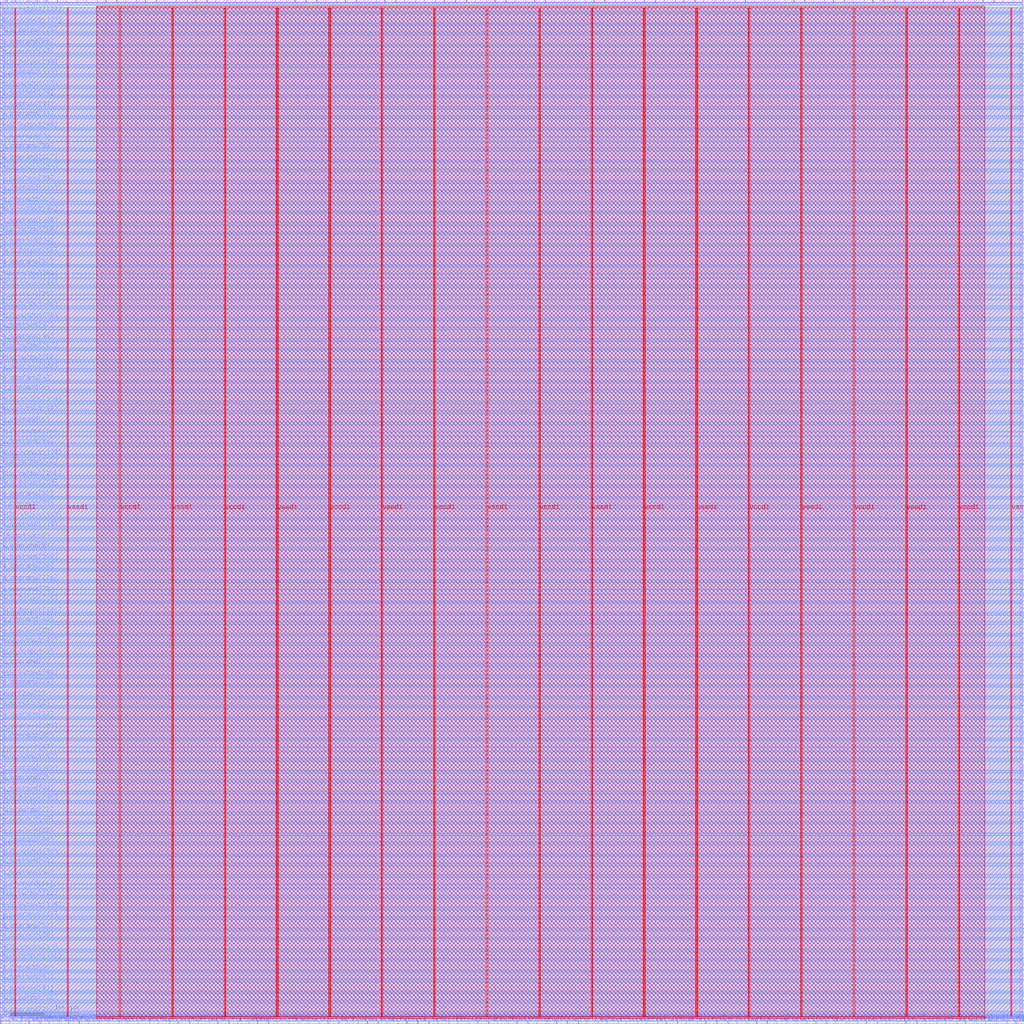
<source format=lef>
VERSION 5.7 ;
  NOWIREEXTENSIONATPIN ON ;
  DIVIDERCHAR "/" ;
  BUSBITCHARS "[]" ;
MACRO Top_Module_4_ALU
  CLASS BLOCK ;
  FOREIGN Top_Module_4_ALU ;
  ORIGIN 0.000 0.000 ;
  SIZE 1500.000 BY 1500.000 ;
  PIN ALU_Output[0]
    DIRECTION OUTPUT TRISTATE ;
    USE SIGNAL ;
    PORT
      LAYER met3 ;
        RECT 1496.000 248.240 1499.000 248.840 ;
    END
  END ALU_Output[0]
  PIN ALU_Output[100]
    DIRECTION OUTPUT TRISTATE ;
    USE SIGNAL ;
    PORT
      LAYER met3 ;
        RECT 1496.000 1390.640 1499.000 1391.240 ;
    END
  END ALU_Output[100]
  PIN ALU_Output[101]
    DIRECTION OUTPUT TRISTATE ;
    USE SIGNAL ;
    PORT
      LAYER met2 ;
        RECT 508.850 1.000 509.130 4.000 ;
    END
  END ALU_Output[101]
  PIN ALU_Output[102]
    DIRECTION OUTPUT TRISTATE ;
    USE SIGNAL ;
    PORT
      LAYER met2 ;
        RECT 827.630 1496.000 827.910 1499.000 ;
    END
  END ALU_Output[102]
  PIN ALU_Output[103]
    DIRECTION OUTPUT TRISTATE ;
    USE SIGNAL ;
    PORT
      LAYER met2 ;
        RECT 157.870 1.000 158.150 4.000 ;
    END
  END ALU_Output[103]
  PIN ALU_Output[104]
    DIRECTION OUTPUT TRISTATE ;
    USE SIGNAL ;
    PORT
      LAYER met3 ;
        RECT 1.000 907.840 4.000 908.440 ;
    END
  END ALU_Output[104]
  PIN ALU_Output[105]
    DIRECTION OUTPUT TRISTATE ;
    USE SIGNAL ;
    PORT
      LAYER met2 ;
        RECT 550.710 1496.000 550.990 1499.000 ;
    END
  END ALU_Output[105]
  PIN ALU_Output[106]
    DIRECTION OUTPUT TRISTATE ;
    USE SIGNAL ;
    PORT
      LAYER met3 ;
        RECT 1496.000 540.640 1499.000 541.240 ;
    END
  END ALU_Output[106]
  PIN ALU_Output[107]
    DIRECTION OUTPUT TRISTATE ;
    USE SIGNAL ;
    PORT
      LAYER met2 ;
        RECT 1033.710 1.000 1033.990 4.000 ;
    END
  END ALU_Output[107]
  PIN ALU_Output[108]
    DIRECTION OUTPUT TRISTATE ;
    USE SIGNAL ;
    PORT
      LAYER met3 ;
        RECT 1.000 799.040 4.000 799.640 ;
    END
  END ALU_Output[108]
  PIN ALU_Output[109]
    DIRECTION OUTPUT TRISTATE ;
    USE SIGNAL ;
    PORT
      LAYER met2 ;
        RECT 608.670 1496.000 608.950 1499.000 ;
    END
  END ALU_Output[109]
  PIN ALU_Output[10]
    DIRECTION OUTPUT TRISTATE ;
    USE SIGNAL ;
    PORT
      LAYER met3 ;
        RECT 1.000 105.440 4.000 106.040 ;
    END
  END ALU_Output[10]
  PIN ALU_Output[110]
    DIRECTION OUTPUT TRISTATE ;
    USE SIGNAL ;
    PORT
      LAYER met3 ;
        RECT 1.000 1479.040 4.000 1479.640 ;
    END
  END ALU_Output[110]
  PIN ALU_Output[111]
    DIRECTION OUTPUT TRISTATE ;
    USE SIGNAL ;
    PORT
      LAYER met2 ;
        RECT 914.570 1496.000 914.850 1499.000 ;
    END
  END ALU_Output[111]
  PIN ALU_Output[112]
    DIRECTION OUTPUT TRISTATE ;
    USE SIGNAL ;
    PORT
      LAYER met2 ;
        RECT 1065.910 1.000 1066.190 4.000 ;
    END
  END ALU_Output[112]
  PIN ALU_Output[113]
    DIRECTION OUTPUT TRISTATE ;
    USE SIGNAL ;
    PORT
      LAYER met2 ;
        RECT 228.710 1496.000 228.990 1499.000 ;
    END
  END ALU_Output[113]
  PIN ALU_Output[114]
    DIRECTION OUTPUT TRISTATE ;
    USE SIGNAL ;
    PORT
      LAYER met2 ;
        RECT 38.730 1496.000 39.010 1499.000 ;
    END
  END ALU_Output[114]
  PIN ALU_Output[115]
    DIRECTION OUTPUT TRISTATE ;
    USE SIGNAL ;
    PORT
      LAYER met3 ;
        RECT 1496.000 139.440 1499.000 140.040 ;
    END
  END ALU_Output[115]
  PIN ALU_Output[116]
    DIRECTION OUTPUT TRISTATE ;
    USE SIGNAL ;
    PORT
      LAYER met3 ;
        RECT 1.000 91.840 4.000 92.440 ;
    END
  END ALU_Output[116]
  PIN ALU_Output[117]
    DIRECTION OUTPUT TRISTATE ;
    USE SIGNAL ;
    PORT
      LAYER met3 ;
        RECT 1496.000 911.240 1499.000 911.840 ;
    END
  END ALU_Output[117]
  PIN ALU_Output[118]
    DIRECTION OUTPUT TRISTATE ;
    USE SIGNAL ;
    PORT
      LAYER met3 ;
        RECT 1.000 737.840 4.000 738.440 ;
    END
  END ALU_Output[118]
  PIN ALU_Output[119]
    DIRECTION OUTPUT TRISTATE ;
    USE SIGNAL ;
    PORT
      LAYER met3 ;
        RECT 1496.000 1451.840 1499.000 1452.440 ;
    END
  END ALU_Output[119]
  PIN ALU_Output[11]
    DIRECTION OUTPUT TRISTATE ;
    USE SIGNAL ;
    PORT
      LAYER met3 ;
        RECT 1.000 183.640 4.000 184.240 ;
    END
  END ALU_Output[11]
  PIN ALU_Output[120]
    DIRECTION OUTPUT TRISTATE ;
    USE SIGNAL ;
    PORT
      LAYER met2 ;
        RECT 347.850 1.000 348.130 4.000 ;
    END
  END ALU_Output[120]
  PIN ALU_Output[121]
    DIRECTION OUTPUT TRISTATE ;
    USE SIGNAL ;
    PORT
      LAYER met3 ;
        RECT 1.000 598.440 4.000 599.040 ;
    END
  END ALU_Output[121]
  PIN ALU_Output[122]
    DIRECTION OUTPUT TRISTATE ;
    USE SIGNAL ;
    PORT
      LAYER met3 ;
        RECT 1496.000 1203.640 1499.000 1204.240 ;
    END
  END ALU_Output[122]
  PIN ALU_Output[123]
    DIRECTION OUTPUT TRISTATE ;
    USE SIGNAL ;
    PORT
      LAYER met3 ;
        RECT 1496.000 1343.040 1499.000 1343.640 ;
    END
  END ALU_Output[123]
  PIN ALU_Output[124]
    DIRECTION OUTPUT TRISTATE ;
    USE SIGNAL ;
    PORT
      LAYER met3 ;
        RECT 1.000 829.640 4.000 830.240 ;
    END
  END ALU_Output[124]
  PIN ALU_Output[125]
    DIRECTION OUTPUT TRISTATE ;
    USE SIGNAL ;
    PORT
      LAYER met2 ;
        RECT 972.530 1496.000 972.810 1499.000 ;
    END
  END ALU_Output[125]
  PIN ALU_Output[126]
    DIRECTION OUTPUT TRISTATE ;
    USE SIGNAL ;
    PORT
      LAYER met3 ;
        RECT 1.000 166.640 4.000 167.240 ;
    END
  END ALU_Output[126]
  PIN ALU_Output[127]
    DIRECTION OUTPUT TRISTATE ;
    USE SIGNAL ;
    PORT
      LAYER met3 ;
        RECT 1.000 1462.040 4.000 1462.640 ;
    END
  END ALU_Output[127]
  PIN ALU_Output[12]
    DIRECTION OUTPUT TRISTATE ;
    USE SIGNAL ;
    PORT
      LAYER met3 ;
        RECT 1496.000 1003.040 1499.000 1003.640 ;
    END
  END ALU_Output[12]
  PIN ALU_Output[13]
    DIRECTION OUTPUT TRISTATE ;
    USE SIGNAL ;
    PORT
      LAYER met3 ;
        RECT 1.000 1448.440 4.000 1449.040 ;
    END
  END ALU_Output[13]
  PIN ALU_Output[14]
    DIRECTION OUTPUT TRISTATE ;
    USE SIGNAL ;
    PORT
      LAYER met2 ;
        RECT 1075.570 1496.000 1075.850 1499.000 ;
    END
  END ALU_Output[14]
  PIN ALU_Output[15]
    DIRECTION OUTPUT TRISTATE ;
    USE SIGNAL ;
    PORT
      LAYER met2 ;
        RECT 154.650 1496.000 154.930 1499.000 ;
    END
  END ALU_Output[15]
  PIN ALU_Output[16]
    DIRECTION OUTPUT TRISTATE ;
    USE SIGNAL ;
    PORT
      LAYER met3 ;
        RECT 1.000 615.440 4.000 616.040 ;
    END
  END ALU_Output[16]
  PIN ALU_Output[17]
    DIRECTION OUTPUT TRISTATE ;
    USE SIGNAL ;
    PORT
      LAYER met2 ;
        RECT 1030.490 1496.000 1030.770 1499.000 ;
    END
  END ALU_Output[17]
  PIN ALU_Output[18]
    DIRECTION OUTPUT TRISTATE ;
    USE SIGNAL ;
    PORT
      LAYER met2 ;
        RECT 315.650 1496.000 315.930 1499.000 ;
    END
  END ALU_Output[18]
  PIN ALU_Output[19]
    DIRECTION OUTPUT TRISTATE ;
    USE SIGNAL ;
    PORT
      LAYER met3 ;
        RECT 1496.000 819.440 1499.000 820.040 ;
    END
  END ALU_Output[19]
  PIN ALU_Output[1]
    DIRECTION OUTPUT TRISTATE ;
    USE SIGNAL ;
    PORT
      LAYER met2 ;
        RECT 1384.690 1.000 1384.970 4.000 ;
    END
  END ALU_Output[1]
  PIN ALU_Output[20]
    DIRECTION OUTPUT TRISTATE ;
    USE SIGNAL ;
    PORT
      LAYER met2 ;
        RECT 392.930 1.000 393.210 4.000 ;
    END
  END ALU_Output[20]
  PIN ALU_Output[21]
    DIRECTION OUTPUT TRISTATE ;
    USE SIGNAL ;
    PORT
      LAYER met2 ;
        RECT 1368.590 1496.000 1368.870 1499.000 ;
    END
  END ALU_Output[21]
  PIN ALU_Output[22]
    DIRECTION OUTPUT TRISTATE ;
    USE SIGNAL ;
    PORT
      LAYER met3 ;
        RECT 1496.000 1421.240 1499.000 1421.840 ;
    END
  END ALU_Output[22]
  PIN ALU_Output[23]
    DIRECTION OUTPUT TRISTATE ;
    USE SIGNAL ;
    PORT
      LAYER met2 ;
        RECT 1342.830 1.000 1343.110 4.000 ;
    END
  END ALU_Output[23]
  PIN ALU_Output[24]
    DIRECTION OUTPUT TRISTATE ;
    USE SIGNAL ;
    PORT
      LAYER met3 ;
        RECT 1496.000 727.640 1499.000 728.240 ;
    END
  END ALU_Output[24]
  PIN ALU_Output[25]
    DIRECTION OUTPUT TRISTATE ;
    USE SIGNAL ;
    PORT
      LAYER met2 ;
        RECT 248.030 1.000 248.310 4.000 ;
    END
  END ALU_Output[25]
  PIN ALU_Output[26]
    DIRECTION OUTPUT TRISTATE ;
    USE SIGNAL ;
    PORT
      LAYER met3 ;
        RECT 1496.000 649.440 1499.000 650.040 ;
    END
  END ALU_Output[26]
  PIN ALU_Output[27]
    DIRECTION OUTPUT TRISTATE ;
    USE SIGNAL ;
    PORT
      LAYER met3 ;
        RECT 1496.000 1111.840 1499.000 1112.440 ;
    END
  END ALU_Output[27]
  PIN ALU_Output[28]
    DIRECTION OUTPUT TRISTATE ;
    USE SIGNAL ;
    PORT
      LAYER met2 ;
        RECT 798.650 1496.000 798.930 1499.000 ;
    END
  END ALU_Output[28]
  PIN ALU_Output[29]
    DIRECTION OUTPUT TRISTATE ;
    USE SIGNAL ;
    PORT
      LAYER met2 ;
        RECT 112.790 1496.000 113.070 1499.000 ;
    END
  END ALU_Output[29]
  PIN ALU_Output[2]
    DIRECTION OUTPUT TRISTATE ;
    USE SIGNAL ;
    PORT
      LAYER met3 ;
        RECT 1.000 306.040 4.000 306.640 ;
    END
  END ALU_Output[2]
  PIN ALU_Output[30]
    DIRECTION OUTPUT TRISTATE ;
    USE SIGNAL ;
    PORT
      LAYER met2 ;
        RECT 479.870 1.000 480.150 4.000 ;
    END
  END ALU_Output[30]
  PIN ALU_Output[31]
    DIRECTION OUTPUT TRISTATE ;
    USE SIGNAL ;
    PORT
      LAYER met3 ;
        RECT 1496.000 1033.640 1499.000 1034.240 ;
    END
  END ALU_Output[31]
  PIN ALU_Output[32]
    DIRECTION OUTPUT TRISTATE ;
    USE SIGNAL ;
    PORT
      LAYER met3 ;
        RECT 1.000 816.040 4.000 816.640 ;
    END
  END ALU_Output[32]
  PIN ALU_Output[33]
    DIRECTION OUTPUT TRISTATE ;
    USE SIGNAL ;
    PORT
      LAYER met2 ;
        RECT 1133.530 1496.000 1133.810 1499.000 ;
    END
  END ALU_Output[33]
  PIN ALU_Output[34]
    DIRECTION OUTPUT TRISTATE ;
    USE SIGNAL ;
    PORT
      LAYER met2 ;
        RECT 1474.850 1.000 1475.130 4.000 ;
    END
  END ALU_Output[34]
  PIN ALU_Output[35]
    DIRECTION OUTPUT TRISTATE ;
    USE SIGNAL ;
    PORT
      LAYER met3 ;
        RECT 1.000 30.640 4.000 31.240 ;
    END
  END ALU_Output[35]
  PIN ALU_Output[36]
    DIRECTION OUTPUT TRISTATE ;
    USE SIGNAL ;
    PORT
      LAYER met3 ;
        RECT 1496.000 1020.040 1499.000 1020.640 ;
    END
  END ALU_Output[36]
  PIN ALU_Output[37]
    DIRECTION OUTPUT TRISTATE ;
    USE SIGNAL ;
    PORT
      LAYER met3 ;
        RECT 1.000 1370.240 4.000 1370.840 ;
    END
  END ALU_Output[37]
  PIN ALU_Output[38]
    DIRECTION OUTPUT TRISTATE ;
    USE SIGNAL ;
    PORT
      LAYER met2 ;
        RECT 637.650 1496.000 637.930 1499.000 ;
    END
  END ALU_Output[38]
  PIN ALU_Output[39]
    DIRECTION OUTPUT TRISTATE ;
    USE SIGNAL ;
    PORT
      LAYER met2 ;
        RECT 1210.810 1.000 1211.090 4.000 ;
    END
  END ALU_Output[39]
  PIN ALU_Output[3]
    DIRECTION OUTPUT TRISTATE ;
    USE SIGNAL ;
    PORT
      LAYER met3 ;
        RECT 1.000 537.240 4.000 537.840 ;
    END
  END ALU_Output[3]
  PIN ALU_Output[40]
    DIRECTION OUTPUT TRISTATE ;
    USE SIGNAL ;
    PORT
      LAYER met2 ;
        RECT 1352.490 1496.000 1352.770 1499.000 ;
    END
  END ALU_Output[40]
  PIN ALU_Output[41]
    DIRECTION OUTPUT TRISTATE ;
    USE SIGNAL ;
    PORT
      LAYER met3 ;
        RECT 1.000 554.240 4.000 554.840 ;
    END
  END ALU_Output[41]
  PIN ALU_Output[42]
    DIRECTION OUTPUT TRISTATE ;
    USE SIGNAL ;
    PORT
      LAYER met3 ;
        RECT 1496.000 309.440 1499.000 310.040 ;
    END
  END ALU_Output[42]
  PIN ALU_Output[43]
    DIRECTION OUTPUT TRISTATE ;
    USE SIGNAL ;
    PORT
      LAYER met2 ;
        RECT 286.670 1496.000 286.950 1499.000 ;
    END
  END ALU_Output[43]
  PIN ALU_Output[44]
    DIRECTION OUTPUT TRISTATE ;
    USE SIGNAL ;
    PORT
      LAYER met3 ;
        RECT 1.000 1077.840 4.000 1078.440 ;
    END
  END ALU_Output[44]
  PIN ALU_Output[45]
    DIRECTION OUTPUT TRISTATE ;
    USE SIGNAL ;
    PORT
      LAYER met2 ;
        RECT 1468.410 1496.000 1468.690 1499.000 ;
    END
  END ALU_Output[45]
  PIN ALU_Output[46]
    DIRECTION OUTPUT TRISTATE ;
    USE SIGNAL ;
    PORT
      LAYER met3 ;
        RECT 1.000 1309.040 4.000 1309.640 ;
    END
  END ALU_Output[46]
  PIN ALU_Output[47]
    DIRECTION OUTPUT TRISTATE ;
    USE SIGNAL ;
    PORT
      LAYER met3 ;
        RECT 1496.000 557.640 1499.000 558.240 ;
    END
  END ALU_Output[47]
  PIN ALU_Output[48]
    DIRECTION OUTPUT TRISTATE ;
    USE SIGNAL ;
    PORT
      LAYER met3 ;
        RECT 1.000 1047.240 4.000 1047.840 ;
    END
  END ALU_Output[48]
  PIN ALU_Output[49]
    DIRECTION OUTPUT TRISTATE ;
    USE SIGNAL ;
    PORT
      LAYER met3 ;
        RECT 1496.000 1482.440 1499.000 1483.040 ;
    END
  END ALU_Output[49]
  PIN ALU_Output[4]
    DIRECTION OUTPUT TRISTATE ;
    USE SIGNAL ;
    PORT
      LAYER met3 ;
        RECT 1496.000 1312.440 1499.000 1313.040 ;
    END
  END ALU_Output[4]
  PIN ALU_Output[50]
    DIRECTION OUTPUT TRISTATE ;
    USE SIGNAL ;
    PORT
      LAYER met3 ;
        RECT 1.000 1247.840 4.000 1248.440 ;
    END
  END ALU_Output[50]
  PIN ALU_Output[51]
    DIRECTION OUTPUT TRISTATE ;
    USE SIGNAL ;
    PORT
      LAYER met3 ;
        RECT 1.000 1091.440 4.000 1092.040 ;
    END
  END ALU_Output[51]
  PIN ALU_Output[52]
    DIRECTION OUTPUT TRISTATE ;
    USE SIGNAL ;
    PORT
      LAYER met2 ;
        RECT 698.830 1.000 699.110 4.000 ;
    END
  END ALU_Output[52]
  PIN ALU_Output[53]
    DIRECTION OUTPUT TRISTATE ;
    USE SIGNAL ;
    PORT
      LAYER met2 ;
        RECT 83.810 1496.000 84.090 1499.000 ;
    END
  END ALU_Output[53]
  PIN ALU_Output[54]
    DIRECTION OUTPUT TRISTATE ;
    USE SIGNAL ;
    PORT
      LAYER met3 ;
        RECT 1496.000 1128.840 1499.000 1129.440 ;
    END
  END ALU_Output[54]
  PIN ALU_Output[55]
    DIRECTION OUTPUT TRISTATE ;
    USE SIGNAL ;
    PORT
      LAYER met2 ;
        RECT 1265.550 1496.000 1265.830 1499.000 ;
    END
  END ALU_Output[55]
  PIN ALU_Output[56]
    DIRECTION OUTPUT TRISTATE ;
    USE SIGNAL ;
    PORT
      LAYER met3 ;
        RECT 1496.000 1050.640 1499.000 1051.240 ;
    END
  END ALU_Output[56]
  PIN ALU_Output[57]
    DIRECTION OUTPUT TRISTATE ;
    USE SIGNAL ;
    PORT
      LAYER met2 ;
        RECT 1239.790 1.000 1240.070 4.000 ;
    END
  END ALU_Output[57]
  PIN ALU_Output[58]
    DIRECTION OUTPUT TRISTATE ;
    USE SIGNAL ;
    PORT
      LAYER met3 ;
        RECT 1.000 785.440 4.000 786.040 ;
    END
  END ALU_Output[58]
  PIN ALU_Output[59]
    DIRECTION OUTPUT TRISTATE ;
    USE SIGNAL ;
    PORT
      LAYER met2 ;
        RECT 289.890 1.000 290.170 4.000 ;
    END
  END ALU_Output[59]
  PIN ALU_Output[5]
    DIRECTION OUTPUT TRISTATE ;
    USE SIGNAL ;
    PORT
      LAYER met2 ;
        RECT 885.590 1496.000 885.870 1499.000 ;
    END
  END ALU_Output[5]
  PIN ALU_Output[60]
    DIRECTION OUTPUT TRISTATE ;
    USE SIGNAL ;
    PORT
      LAYER met3 ;
        RECT 1.000 506.640 4.000 507.240 ;
    END
  END ALU_Output[60]
  PIN ALU_Output[61]
    DIRECTION OUTPUT TRISTATE ;
    USE SIGNAL ;
    PORT
      LAYER met3 ;
        RECT 1496.000 64.640 1499.000 65.240 ;
    END
  END ALU_Output[61]
  PIN ALU_Output[62]
    DIRECTION OUTPUT TRISTATE ;
    USE SIGNAL ;
    PORT
      LAYER met3 ;
        RECT 1.000 384.240 4.000 384.840 ;
    END
  END ALU_Output[62]
  PIN ALU_Output[63]
    DIRECTION OUTPUT TRISTATE ;
    USE SIGNAL ;
    PORT
      LAYER met2 ;
        RECT 859.830 1.000 860.110 4.000 ;
    END
  END ALU_Output[63]
  PIN ALU_Output[64]
    DIRECTION OUTPUT TRISTATE ;
    USE SIGNAL ;
    PORT
      LAYER met3 ;
        RECT 1.000 894.240 4.000 894.840 ;
    END
  END ALU_Output[64]
  PIN ALU_Output[65]
    DIRECTION OUTPUT TRISTATE ;
    USE SIGNAL ;
    PORT
      LAYER met2 ;
        RECT 1484.510 1496.000 1484.790 1499.000 ;
    END
  END ALU_Output[65]
  PIN ALU_Output[66]
    DIRECTION OUTPUT TRISTATE ;
    USE SIGNAL ;
    PORT
      LAYER met3 ;
        RECT 1496.000 510.040 1499.000 510.640 ;
    END
  END ALU_Output[66]
  PIN ALU_Output[67]
    DIRECTION OUTPUT TRISTATE ;
    USE SIGNAL ;
    PORT
      LAYER met3 ;
        RECT 1.000 1125.440 4.000 1126.040 ;
    END
  END ALU_Output[67]
  PIN ALU_Output[68]
    DIRECTION OUTPUT TRISTATE ;
    USE SIGNAL ;
    PORT
      LAYER met2 ;
        RECT 402.590 1496.000 402.870 1499.000 ;
    END
  END ALU_Output[68]
  PIN ALU_Output[69]
    DIRECTION OUTPUT TRISTATE ;
    USE SIGNAL ;
    PORT
      LAYER met2 ;
        RECT 669.850 1.000 670.130 4.000 ;
    END
  END ALU_Output[69]
  PIN ALU_Output[6]
    DIRECTION OUTPUT TRISTATE ;
    USE SIGNAL ;
    PORT
      LAYER met3 ;
        RECT 1496.000 435.240 1499.000 435.840 ;
    END
  END ALU_Output[6]
  PIN ALU_Output[70]
    DIRECTION OUTPUT TRISTATE ;
    USE SIGNAL ;
    PORT
      LAYER met2 ;
        RECT 186.850 1.000 187.130 4.000 ;
    END
  END ALU_Output[70]
  PIN ALU_Output[71]
    DIRECTION OUTPUT TRISTATE ;
    USE SIGNAL ;
    PORT
      LAYER met3 ;
        RECT 1496.000 370.640 1499.000 371.240 ;
    END
  END ALU_Output[71]
  PIN ALU_Output[72]
    DIRECTION OUTPUT TRISTATE ;
    USE SIGNAL ;
    PORT
      LAYER met3 ;
        RECT 1496.000 601.840 1499.000 602.440 ;
    END
  END ALU_Output[72]
  PIN ALU_Output[73]
    DIRECTION OUTPUT TRISTATE ;
    USE SIGNAL ;
    PORT
      LAYER met2 ;
        RECT 904.910 1.000 905.190 4.000 ;
    END
  END ALU_Output[73]
  PIN ALU_Output[74]
    DIRECTION OUTPUT TRISTATE ;
    USE SIGNAL ;
    PORT
      LAYER met2 ;
        RECT 1313.850 1.000 1314.130 4.000 ;
    END
  END ALU_Output[74]
  PIN ALU_Output[75]
    DIRECTION OUTPUT TRISTATE ;
    USE SIGNAL ;
    PORT
      LAYER met3 ;
        RECT 1496.000 156.440 1499.000 157.040 ;
    END
  END ALU_Output[75]
  PIN ALU_Output[76]
    DIRECTION OUTPUT TRISTATE ;
    USE SIGNAL ;
    PORT
      LAYER met3 ;
        RECT 1.000 244.840 4.000 245.440 ;
    END
  END ALU_Output[76]
  PIN ALU_Output[77]
    DIRECTION OUTPUT TRISTATE ;
    USE SIGNAL ;
    PORT
      LAYER met2 ;
        RECT 711.710 1496.000 711.990 1499.000 ;
    END
  END ALU_Output[77]
  PIN ALU_Output[78]
    DIRECTION OUTPUT TRISTATE ;
    USE SIGNAL ;
    PORT
      LAYER met2 ;
        RECT 943.550 1496.000 943.830 1499.000 ;
    END
  END ALU_Output[78]
  PIN ALU_Output[79]
    DIRECTION OUTPUT TRISTATE ;
    USE SIGNAL ;
    PORT
      LAYER met3 ;
        RECT 1.000 1030.240 4.000 1030.840 ;
    END
  END ALU_Output[79]
  PIN ALU_Output[7]
    DIRECTION OUTPUT TRISTATE ;
    USE SIGNAL ;
    PORT
      LAYER met2 ;
        RECT 772.890 1.000 773.170 4.000 ;
    END
  END ALU_Output[7]
  PIN ALU_Output[80]
    DIRECTION OUTPUT TRISTATE ;
    USE SIGNAL ;
    PORT
      LAYER met3 ;
        RECT 1.000 1186.640 4.000 1187.240 ;
    END
  END ALU_Output[80]
  PIN ALU_Output[81]
    DIRECTION OUTPUT TRISTATE ;
    USE SIGNAL ;
    PORT
      LAYER met2 ;
        RECT 946.770 1.000 947.050 4.000 ;
    END
  END ALU_Output[81]
  PIN ALU_Output[82]
    DIRECTION OUTPUT TRISTATE ;
    USE SIGNAL ;
    PORT
      LAYER met3 ;
        RECT 1496.000 217.640 1499.000 218.240 ;
    END
  END ALU_Output[82]
  PIN ALU_Output[83]
    DIRECTION OUTPUT TRISTATE ;
    USE SIGNAL ;
    PORT
      LAYER met2 ;
        RECT 592.570 1496.000 592.850 1499.000 ;
    END
  END ALU_Output[83]
  PIN ALU_Output[84]
    DIRECTION OUTPUT TRISTATE ;
    USE SIGNAL ;
    PORT
      LAYER met2 ;
        RECT 621.550 1496.000 621.830 1499.000 ;
    END
  END ALU_Output[84]
  PIN ALU_Output[85]
    DIRECTION OUTPUT TRISTATE ;
    USE SIGNAL ;
    PORT
      LAYER met3 ;
        RECT 1.000 1156.040 4.000 1156.640 ;
    END
  END ALU_Output[85]
  PIN ALU_Output[86]
    DIRECTION OUTPUT TRISTATE ;
    USE SIGNAL ;
    PORT
      LAYER met3 ;
        RECT 1496.000 989.440 1499.000 990.040 ;
    END
  END ALU_Output[86]
  PIN ALU_Output[87]
    DIRECTION OUTPUT TRISTATE ;
    USE SIGNAL ;
    PORT
      LAYER met3 ;
        RECT 1.000 986.040 4.000 986.640 ;
    END
  END ALU_Output[87]
  PIN ALU_Output[88]
    DIRECTION OUTPUT TRISTATE ;
    USE SIGNAL ;
    PORT
      LAYER met2 ;
        RECT 125.670 1496.000 125.950 1499.000 ;
    END
  END ALU_Output[88]
  PIN ALU_Output[89]
    DIRECTION OUTPUT TRISTATE ;
    USE SIGNAL ;
    PORT
      LAYER met3 ;
        RECT 1.000 969.040 4.000 969.640 ;
    END
  END ALU_Output[89]
  PIN ALU_Output[8]
    DIRECTION OUTPUT TRISTATE ;
    USE SIGNAL ;
    PORT
      LAYER met2 ;
        RECT 1181.830 1.000 1182.110 4.000 ;
    END
  END ALU_Output[8]
  PIN ALU_Output[90]
    DIRECTION OUTPUT TRISTATE ;
    USE SIGNAL ;
    PORT
      LAYER met3 ;
        RECT 1.000 860.240 4.000 860.840 ;
    END
  END ALU_Output[90]
  PIN ALU_Output[91]
    DIRECTION OUTPUT TRISTATE ;
    USE SIGNAL ;
    PORT
      LAYER met2 ;
        RECT 421.910 1.000 422.190 4.000 ;
    END
  END ALU_Output[91]
  PIN ALU_Output[92]
    DIRECTION OUTPUT TRISTATE ;
    USE SIGNAL ;
    PORT
      LAYER met3 ;
        RECT 1496.000 187.040 1499.000 187.640 ;
    END
  END ALU_Output[92]
  PIN ALU_Output[93]
    DIRECTION OUTPUT TRISTATE ;
    USE SIGNAL ;
    PORT
      LAYER met3 ;
        RECT 1496.000 527.040 1499.000 527.640 ;
    END
  END ALU_Output[93]
  PIN ALU_Output[94]
    DIRECTION OUTPUT TRISTATE ;
    USE SIGNAL ;
    PORT
      LAYER met3 ;
        RECT 1496.000 234.640 1499.000 235.240 ;
    END
  END ALU_Output[94]
  PIN ALU_Output[95]
    DIRECTION OUTPUT TRISTATE ;
    USE SIGNAL ;
    PORT
      LAYER met3 ;
        RECT 1.000 323.040 4.000 323.640 ;
    END
  END ALU_Output[95]
  PIN ALU_Output[96]
    DIRECTION OUTPUT TRISTATE ;
    USE SIGNAL ;
    PORT
      LAYER met2 ;
        RECT 96.690 1496.000 96.970 1499.000 ;
    END
  END ALU_Output[96]
  PIN ALU_Output[97]
    DIRECTION OUTPUT TRISTATE ;
    USE SIGNAL ;
    PORT
      LAYER met2 ;
        RECT 1236.570 1496.000 1236.850 1499.000 ;
    END
  END ALU_Output[97]
  PIN ALU_Output[98]
    DIRECTION OUTPUT TRISTATE ;
    USE SIGNAL ;
    PORT
      LAYER met3 ;
        RECT 1.000 1400.840 4.000 1401.440 ;
    END
  END ALU_Output[98]
  PIN ALU_Output[99]
    DIRECTION OUTPUT TRISTATE ;
    USE SIGNAL ;
    PORT
      LAYER met2 ;
        RECT 1020.830 1.000 1021.110 4.000 ;
    END
  END ALU_Output[99]
  PIN ALU_Output[9]
    DIRECTION OUTPUT TRISTATE ;
    USE SIGNAL ;
    PORT
      LAYER met2 ;
        RECT 962.870 1.000 963.150 4.000 ;
    END
  END ALU_Output[9]
  PIN Exception[0]
    DIRECTION OUTPUT TRISTATE ;
    USE SIGNAL ;
    PORT
      LAYER met3 ;
        RECT 1.000 707.240 4.000 707.840 ;
    END
  END Exception[0]
  PIN Exception[1]
    DIRECTION OUTPUT TRISTATE ;
    USE SIGNAL ;
    PORT
      LAYER met3 ;
        RECT 1496.000 1234.240 1499.000 1234.840 ;
    END
  END Exception[1]
  PIN Exception[2]
    DIRECTION OUTPUT TRISTATE ;
    USE SIGNAL ;
    PORT
      LAYER met2 ;
        RECT 1439.430 1496.000 1439.710 1499.000 ;
    END
  END Exception[2]
  PIN Exception[3]
    DIRECTION OUTPUT TRISTATE ;
    USE SIGNAL ;
    PORT
      LAYER met2 ;
        RECT 1162.510 1496.000 1162.790 1499.000 ;
    END
  END Exception[3]
  PIN Operation[0]
    DIRECTION INPUT ;
    USE SIGNAL ;
    PORT
      LAYER met2 ;
        RECT 466.990 1.000 467.270 4.000 ;
    END
  END Operation[0]
  PIN Operation[1]
    DIRECTION INPUT ;
    USE SIGNAL ;
    PORT
      LAYER met2 ;
        RECT 656.970 1.000 657.250 4.000 ;
    END
  END Operation[1]
  PIN Operation[2]
    DIRECTION INPUT ;
    USE SIGNAL ;
    PORT
      LAYER met3 ;
        RECT 1.000 462.440 4.000 463.040 ;
    END
  END Operation[2]
  PIN Operation[3]
    DIRECTION INPUT ;
    USE SIGNAL ;
    PORT
      LAYER met3 ;
        RECT 1496.000 771.840 1499.000 772.440 ;
    END
  END Operation[3]
  PIN Overflow[0]
    DIRECTION OUTPUT TRISTATE ;
    USE SIGNAL ;
    PORT
      LAYER met2 ;
        RECT 212.610 1496.000 212.890 1499.000 ;
    END
  END Overflow[0]
  PIN Overflow[1]
    DIRECTION OUTPUT TRISTATE ;
    USE SIGNAL ;
    PORT
      LAYER met3 ;
        RECT 1496.000 958.840 1499.000 959.440 ;
    END
  END Overflow[1]
  PIN Overflow[2]
    DIRECTION OUTPUT TRISTATE ;
    USE SIGNAL ;
    PORT
      LAYER met3 ;
        RECT 1.000 476.040 4.000 476.640 ;
    END
  END Overflow[2]
  PIN Overflow[3]
    DIRECTION OUTPUT TRISTATE ;
    USE SIGNAL ;
    PORT
      LAYER met2 ;
        RECT 846.950 1.000 847.230 4.000 ;
    END
  END Overflow[3]
  PIN Underflow[0]
    DIRECTION OUTPUT TRISTATE ;
    USE SIGNAL ;
    PORT
      LAYER met2 ;
        RECT 682.730 1496.000 683.010 1499.000 ;
    END
  END Underflow[0]
  PIN Underflow[1]
    DIRECTION OUTPUT TRISTATE ;
    USE SIGNAL ;
    PORT
      LAYER met2 ;
        RECT 1046.590 1496.000 1046.870 1499.000 ;
    END
  END Underflow[1]
  PIN Underflow[2]
    DIRECTION OUTPUT TRISTATE ;
    USE SIGNAL ;
    PORT
      LAYER met2 ;
        RECT 334.970 1.000 335.250 4.000 ;
    END
  END Underflow[2]
  PIN Underflow[3]
    DIRECTION OUTPUT TRISTATE ;
    USE SIGNAL ;
    PORT
      LAYER met2 ;
        RECT 695.610 1496.000 695.890 1499.000 ;
    END
  END Underflow[3]
  PIN a_operand[0]
    DIRECTION INPUT ;
    USE SIGNAL ;
    PORT
      LAYER met2 ;
        RECT 640.870 1.000 641.150 4.000 ;
    END
  END a_operand[0]
  PIN a_operand[100]
    DIRECTION INPUT ;
    USE SIGNAL ;
    PORT
      LAYER met2 ;
        RECT 1178.610 1496.000 1178.890 1499.000 ;
    END
  END a_operand[100]
  PIN a_operand[101]
    DIRECTION INPUT ;
    USE SIGNAL ;
    PORT
      LAYER met2 ;
        RECT 782.550 1496.000 782.830 1499.000 ;
    END
  END a_operand[101]
  PIN a_operand[102]
    DIRECTION INPUT ;
    USE SIGNAL ;
    PORT
      LAYER met3 ;
        RECT 1496.000 278.840 1499.000 279.440 ;
    END
  END a_operand[102]
  PIN a_operand[103]
    DIRECTION INPUT ;
    USE SIGNAL ;
    PORT
      LAYER met3 ;
        RECT 1.000 428.440 4.000 429.040 ;
    END
  END a_operand[103]
  PIN a_operand[104]
    DIRECTION INPUT ;
    USE SIGNAL ;
    PORT
      LAYER met2 ;
        RECT 933.890 1.000 934.170 4.000 ;
    END
  END a_operand[104]
  PIN a_operand[105]
    DIRECTION INPUT ;
    USE SIGNAL ;
    PORT
      LAYER met2 ;
        RECT 431.570 1496.000 431.850 1499.000 ;
    END
  END a_operand[105]
  PIN a_operand[106]
    DIRECTION INPUT ;
    USE SIGNAL ;
    PORT
      LAYER met2 ;
        RECT 495.970 1.000 496.250 4.000 ;
    END
  END a_operand[106]
  PIN a_operand[107]
    DIRECTION INPUT ;
    USE SIGNAL ;
    PORT
      LAYER met2 ;
        RECT 595.790 1.000 596.070 4.000 ;
    END
  END a_operand[107]
  PIN a_operand[108]
    DIRECTION INPUT ;
    USE SIGNAL ;
    PORT
      LAYER met3 ;
        RECT 1.000 676.640 4.000 677.240 ;
    END
  END a_operand[108]
  PIN a_operand[109]
    DIRECTION INPUT ;
    USE SIGNAL ;
    PORT
      LAYER met3 ;
        RECT 1496.000 1081.240 1499.000 1081.840 ;
    END
  END a_operand[109]
  PIN a_operand[10]
    DIRECTION INPUT ;
    USE SIGNAL ;
    PORT
      LAYER met3 ;
        RECT 1.000 663.040 4.000 663.640 ;
    END
  END a_operand[10]
  PIN a_operand[110]
    DIRECTION INPUT ;
    USE SIGNAL ;
    PORT
      LAYER met2 ;
        RECT 22.630 1496.000 22.910 1499.000 ;
    END
  END a_operand[110]
  PIN a_operand[111]
    DIRECTION INPUT ;
    USE SIGNAL ;
    PORT
      LAYER met3 ;
        RECT 1.000 1217.240 4.000 1217.840 ;
    END
  END a_operand[111]
  PIN a_operand[112]
    DIRECTION INPUT ;
    USE SIGNAL ;
    PORT
      LAYER met2 ;
        RECT 302.770 1496.000 303.050 1499.000 ;
    END
  END a_operand[112]
  PIN a_operand[113]
    DIRECTION INPUT ;
    USE SIGNAL ;
    PORT
      LAYER met3 ;
        RECT 1.000 724.240 4.000 724.840 ;
    END
  END a_operand[113]
  PIN a_operand[114]
    DIRECTION INPUT ;
    USE SIGNAL ;
    PORT
      LAYER met3 ;
        RECT 1496.000 1173.040 1499.000 1173.640 ;
    END
  END a_operand[114]
  PIN a_operand[115]
    DIRECTION INPUT ;
    USE SIGNAL ;
    PORT
      LAYER met2 ;
        RECT 869.490 1496.000 869.770 1499.000 ;
    END
  END a_operand[115]
  PIN a_operand[116]
    DIRECTION INPUT ;
    USE SIGNAL ;
    PORT
      LAYER met3 ;
        RECT 1.000 646.040 4.000 646.640 ;
    END
  END a_operand[116]
  PIN a_operand[117]
    DIRECTION INPUT ;
    USE SIGNAL ;
    PORT
      LAYER met2 ;
        RECT 492.750 1496.000 493.030 1499.000 ;
    END
  END a_operand[117]
  PIN a_operand[118]
    DIRECTION INPUT ;
    USE SIGNAL ;
    PORT
      LAYER met2 ;
        RECT 991.850 1.000 992.130 4.000 ;
    END
  END a_operand[118]
  PIN a_operand[119]
    DIRECTION INPUT ;
    USE SIGNAL ;
    PORT
      LAYER met2 ;
        RECT 438.010 1.000 438.290 4.000 ;
    END
  END a_operand[119]
  PIN a_operand[11]
    DIRECTION INPUT ;
    USE SIGNAL ;
    PORT
      LAYER met2 ;
        RECT 524.950 1.000 525.230 4.000 ;
    END
  END a_operand[11]
  PIN a_operand[120]
    DIRECTION INPUT ;
    USE SIGNAL ;
    PORT
      LAYER met3 ;
        RECT 1496.000 496.440 1499.000 497.040 ;
    END
  END a_operand[120]
  PIN a_operand[121]
    DIRECTION INPUT ;
    USE SIGNAL ;
    PORT
      LAYER met3 ;
        RECT 1496.000 1298.840 1499.000 1299.440 ;
    END
  END a_operand[121]
  PIN a_operand[122]
    DIRECTION INPUT ;
    USE SIGNAL ;
    PORT
      LAYER met2 ;
        RECT 331.750 1496.000 332.030 1499.000 ;
    END
  END a_operand[122]
  PIN a_operand[123]
    DIRECTION INPUT ;
    USE SIGNAL ;
    PORT
      LAYER met2 ;
        RECT 840.510 1496.000 840.790 1499.000 ;
    END
  END a_operand[123]
  PIN a_operand[124]
    DIRECTION INPUT ;
    USE SIGNAL ;
    PORT
      LAYER met3 ;
        RECT 1496.000 1190.040 1499.000 1190.640 ;
    END
  END a_operand[124]
  PIN a_operand[125]
    DIRECTION INPUT ;
    USE SIGNAL ;
    PORT
      LAYER met2 ;
        RECT 666.630 1496.000 666.910 1499.000 ;
    END
  END a_operand[125]
  PIN a_operand[126]
    DIRECTION INPUT ;
    USE SIGNAL ;
    PORT
      LAYER met3 ;
        RECT 1496.000 1264.840 1499.000 1265.440 ;
    END
  END a_operand[126]
  PIN a_operand[127]
    DIRECTION INPUT ;
    USE SIGNAL ;
    PORT
      LAYER met3 ;
        RECT 1.000 1261.440 4.000 1262.040 ;
    END
  END a_operand[127]
  PIN a_operand[12]
    DIRECTION INPUT ;
    USE SIGNAL ;
    PORT
      LAYER met2 ;
        RECT 54.830 1496.000 55.110 1499.000 ;
    END
  END a_operand[12]
  PIN a_operand[13]
    DIRECTION INPUT ;
    USE SIGNAL ;
    PORT
      LAYER met2 ;
        RECT 1294.530 1496.000 1294.810 1499.000 ;
    END
  END a_operand[13]
  PIN a_operand[14]
    DIRECTION INPUT ;
    USE SIGNAL ;
    PORT
      LAYER met2 ;
        RECT 901.690 1496.000 901.970 1499.000 ;
    END
  END a_operand[14]
  PIN a_operand[15]
    DIRECTION INPUT ;
    USE SIGNAL ;
    PORT
      LAYER met3 ;
        RECT 1496.000 326.440 1499.000 327.040 ;
    END
  END a_operand[15]
  PIN a_operand[16]
    DIRECTION INPUT ;
    USE SIGNAL ;
    PORT
      LAYER met2 ;
        RECT 756.790 1.000 757.070 4.000 ;
    END
  END a_operand[16]
  PIN a_operand[17]
    DIRECTION INPUT ;
    USE SIGNAL ;
    PORT
      LAYER met2 ;
        RECT 930.670 1496.000 930.950 1499.000 ;
    END
  END a_operand[17]
  PIN a_operand[18]
    DIRECTION INPUT ;
    USE SIGNAL ;
    PORT
      LAYER met3 ;
        RECT 1.000 1417.840 4.000 1418.440 ;
    END
  END a_operand[18]
  PIN a_operand[19]
    DIRECTION INPUT ;
    USE SIGNAL ;
    PORT
      LAYER met2 ;
        RECT 9.750 1496.000 10.030 1499.000 ;
    END
  END a_operand[19]
  PIN a_operand[1]
    DIRECTION INPUT ;
    USE SIGNAL ;
    PORT
      LAYER met2 ;
        RECT 611.890 1.000 612.170 4.000 ;
    END
  END a_operand[1]
  PIN a_operand[20]
    DIRECTION INPUT ;
    USE SIGNAL ;
    PORT
      LAYER met3 ;
        RECT 1.000 74.840 4.000 75.440 ;
    END
  END a_operand[20]
  PIN a_operand[21]
    DIRECTION INPUT ;
    USE SIGNAL ;
    PORT
      LAYER met3 ;
        RECT 1496.000 571.240 1499.000 571.840 ;
    END
  END a_operand[21]
  PIN a_operand[22]
    DIRECTION INPUT ;
    USE SIGNAL ;
    PORT
      LAYER met2 ;
        RECT 1458.750 1.000 1459.030 4.000 ;
    END
  END a_operand[22]
  PIN a_operand[23]
    DIRECTION INPUT ;
    USE SIGNAL ;
    PORT
      LAYER met3 ;
        RECT 1.000 1200.240 4.000 1200.840 ;
    END
  END a_operand[23]
  PIN a_operand[24]
    DIRECTION INPUT ;
    USE SIGNAL ;
    PORT
      LAYER met3 ;
        RECT 1496.000 170.040 1499.000 170.640 ;
    END
  END a_operand[24]
  PIN a_operand[25]
    DIRECTION INPUT ;
    USE SIGNAL ;
    PORT
      LAYER met2 ;
        RECT 685.950 1.000 686.230 4.000 ;
    END
  END a_operand[25]
  PIN a_operand[26]
    DIRECTION INPUT ;
    USE SIGNAL ;
    PORT
      LAYER met3 ;
        RECT 1.000 1060.840 4.000 1061.440 ;
    END
  END a_operand[26]
  PIN a_operand[27]
    DIRECTION INPUT ;
    USE SIGNAL ;
    PORT
      LAYER met2 ;
        RECT 170.750 1496.000 171.030 1499.000 ;
    END
  END a_operand[27]
  PIN a_operand[28]
    DIRECTION INPUT ;
    USE SIGNAL ;
    PORT
      LAYER met2 ;
        RECT 856.610 1496.000 856.890 1499.000 ;
    END
  END a_operand[28]
  PIN a_operand[29]
    DIRECTION INPUT ;
    USE SIGNAL ;
    PORT
      LAYER met2 ;
        RECT 1429.770 1.000 1430.050 4.000 ;
    END
  END a_operand[29]
  PIN a_operand[2]
    DIRECTION INPUT ;
    USE SIGNAL ;
    PORT
      LAYER met3 ;
        RECT 1496.000 95.240 1499.000 95.840 ;
    END
  END a_operand[2]
  PIN a_operand[30]
    DIRECTION INPUT ;
    USE SIGNAL ;
    PORT
      LAYER met3 ;
        RECT 1.000 353.640 4.000 354.240 ;
    END
  END a_operand[30]
  PIN a_operand[31]
    DIRECTION INPUT ;
    USE SIGNAL ;
    PORT
      LAYER met2 ;
        RECT 1355.710 1.000 1355.990 4.000 ;
    END
  END a_operand[31]
  PIN a_operand[32]
    DIRECTION INPUT ;
    USE SIGNAL ;
    PORT
      LAYER met3 ;
        RECT 1.000 1108.440 4.000 1109.040 ;
    END
  END a_operand[32]
  PIN a_operand[33]
    DIRECTION INPUT ;
    USE SIGNAL ;
    PORT
      LAYER met2 ;
        RECT 769.670 1496.000 769.950 1499.000 ;
    END
  END a_operand[33]
  PIN a_operand[34]
    DIRECTION INPUT ;
    USE SIGNAL ;
    PORT
      LAYER met2 ;
        RECT 87.030 1.000 87.310 4.000 ;
    END
  END a_operand[34]
  PIN a_operand[35]
    DIRECTION INPUT ;
    USE SIGNAL ;
    PORT
      LAYER met2 ;
        RECT 582.910 1.000 583.190 4.000 ;
    END
  END a_operand[35]
  PIN a_operand[36]
    DIRECTION INPUT ;
    USE SIGNAL ;
    PORT
      LAYER met3 ;
        RECT 1.000 999.640 4.000 1000.240 ;
    END
  END a_operand[36]
  PIN a_operand[37]
    DIRECTION INPUT ;
    USE SIGNAL ;
    PORT
      LAYER met2 ;
        RECT 1297.750 1.000 1298.030 4.000 ;
    END
  END a_operand[37]
  PIN a_operand[38]
    DIRECTION INPUT ;
    USE SIGNAL ;
    PORT
      LAYER met3 ;
        RECT 1.000 1139.040 4.000 1139.640 ;
    END
  END a_operand[38]
  PIN a_operand[39]
    DIRECTION INPUT ;
    USE SIGNAL ;
    PORT
      LAYER met3 ;
        RECT 1.000 122.440 4.000 123.040 ;
    END
  END a_operand[39]
  PIN a_operand[3]
    DIRECTION INPUT ;
    USE SIGNAL ;
    PORT
      LAYER met2 ;
        RECT 1284.870 1.000 1285.150 4.000 ;
    END
  END a_operand[3]
  PIN a_operand[40]
    DIRECTION INPUT ;
    USE SIGNAL ;
    PORT
      LAYER met3 ;
        RECT 1496.000 680.040 1499.000 680.640 ;
    END
  END a_operand[40]
  PIN a_operand[41]
    DIRECTION INPUT ;
    USE SIGNAL ;
    PORT
      LAYER met2 ;
        RECT 344.630 1496.000 344.910 1499.000 ;
    END
  END a_operand[41]
  PIN a_operand[42]
    DIRECTION INPUT ;
    USE SIGNAL ;
    PORT
      LAYER met3 ;
        RECT 1.000 584.840 4.000 585.440 ;
    END
  END a_operand[42]
  PIN a_operand[43]
    DIRECTION INPUT ;
    USE SIGNAL ;
    PORT
      LAYER met3 ;
        RECT 1496.000 3.440 1499.000 4.040 ;
    END
  END a_operand[43]
  PIN a_operand[44]
    DIRECTION INPUT ;
    USE SIGNAL ;
    PORT
      LAYER met3 ;
        RECT 1.000 1326.040 4.000 1326.640 ;
    END
  END a_operand[44]
  PIN a_operand[45]
    DIRECTION INPUT ;
    USE SIGNAL ;
    PORT
      LAYER met2 ;
        RECT 241.590 1496.000 241.870 1499.000 ;
    END
  END a_operand[45]
  PIN a_operand[46]
    DIRECTION INPUT ;
    USE SIGNAL ;
    PORT
      LAYER met2 ;
        RECT 740.690 1496.000 740.970 1499.000 ;
    END
  END a_operand[46]
  PIN a_operand[47]
    DIRECTION INPUT ;
    USE SIGNAL ;
    PORT
      LAYER met3 ;
        RECT 1496.000 265.240 1499.000 265.840 ;
    END
  END a_operand[47]
  PIN a_operand[48]
    DIRECTION INPUT ;
    USE SIGNAL ;
    PORT
      LAYER met2 ;
        RECT 1249.450 1496.000 1249.730 1499.000 ;
    END
  END a_operand[48]
  PIN a_operand[49]
    DIRECTION INPUT ;
    USE SIGNAL ;
    PORT
      LAYER met3 ;
        RECT 1.000 292.440 4.000 293.040 ;
    END
  END a_operand[49]
  PIN a_operand[4]
    DIRECTION INPUT ;
    USE SIGNAL ;
    PORT
      LAYER met3 ;
        RECT 1496.000 1251.240 1499.000 1251.840 ;
    END
  END a_operand[4]
  PIN a_operand[50]
    DIRECTION INPUT ;
    USE SIGNAL ;
    PORT
      LAYER met3 ;
        RECT 1496.000 802.440 1499.000 803.040 ;
    END
  END a_operand[50]
  PIN a_operand[51]
    DIRECTION INPUT ;
    USE SIGNAL ;
    PORT
      LAYER met2 ;
        RECT 1323.510 1496.000 1323.790 1499.000 ;
    END
  END a_operand[51]
  PIN a_operand[52]
    DIRECTION INPUT ;
    USE SIGNAL ;
    PORT
      LAYER met2 ;
        RECT 376.830 1.000 377.110 4.000 ;
    END
  END a_operand[52]
  PIN a_operand[53]
    DIRECTION INPUT ;
    USE SIGNAL ;
    PORT
      LAYER met2 ;
        RECT 1223.690 1.000 1223.970 4.000 ;
    END
  END a_operand[53]
  PIN a_operand[54]
    DIRECTION INPUT ;
    USE SIGNAL ;
    PORT
      LAYER met3 ;
        RECT 1.000 693.640 4.000 694.240 ;
    END
  END a_operand[54]
  PIN a_operand[55]
    DIRECTION INPUT ;
    USE SIGNAL ;
    PORT
      LAYER met3 ;
        RECT 1496.000 340.040 1499.000 340.640 ;
    END
  END a_operand[55]
  PIN a_operand[56]
    DIRECTION INPUT ;
    USE SIGNAL ;
    PORT
      LAYER met3 ;
        RECT 1496.000 1465.440 1499.000 1466.040 ;
    END
  END a_operand[56]
  PIN a_operand[57]
    DIRECTION INPUT ;
    USE SIGNAL ;
    PORT
      LAYER met3 ;
        RECT 1.000 136.040 4.000 136.640 ;
    END
  END a_operand[57]
  PIN a_operand[58]
    DIRECTION INPUT ;
    USE SIGNAL ;
    PORT
      LAYER met3 ;
        RECT 1496.000 635.840 1499.000 636.440 ;
    END
  END a_operand[58]
  PIN a_operand[59]
    DIRECTION INPUT ;
    USE SIGNAL ;
    PORT
      LAYER met3 ;
        RECT 1496.000 479.440 1499.000 480.040 ;
    END
  END a_operand[59]
  PIN a_operand[5]
    DIRECTION INPUT ;
    USE SIGNAL ;
    PORT
      LAYER met3 ;
        RECT 1.000 1492.640 4.000 1493.240 ;
    END
  END a_operand[5]
  PIN a_operand[60]
    DIRECTION INPUT ;
    USE SIGNAL ;
    PORT
      LAYER met3 ;
        RECT 1496.000 758.240 1499.000 758.840 ;
    END
  END a_operand[60]
  PIN a_operand[61]
    DIRECTION INPUT ;
    USE SIGNAL ;
    PORT
      LAYER met2 ;
        RECT 505.630 1496.000 505.910 1499.000 ;
    END
  END a_operand[61]
  PIN a_operand[62]
    DIRECTION INPUT ;
    USE SIGNAL ;
    PORT
      LAYER met3 ;
        RECT 1496.000 788.840 1499.000 789.440 ;
    END
  END a_operand[62]
  PIN a_operand[63]
    DIRECTION INPUT ;
    USE SIGNAL ;
    PORT
      LAYER met3 ;
        RECT 1.000 61.240 4.000 61.840 ;
    END
  END a_operand[63]
  PIN a_operand[64]
    DIRECTION INPUT ;
    USE SIGNAL ;
    PORT
      LAYER met2 ;
        RECT 1255.890 1.000 1256.170 4.000 ;
    END
  END a_operand[64]
  PIN a_operand[65]
    DIRECTION INPUT ;
    USE SIGNAL ;
    PORT
      LAYER met2 ;
        RECT 202.950 1.000 203.230 4.000 ;
    END
  END a_operand[65]
  PIN a_operand[66]
    DIRECTION INPUT ;
    USE SIGNAL ;
    PORT
      LAYER met3 ;
        RECT 1.000 197.240 4.000 197.840 ;
    END
  END a_operand[66]
  PIN a_operand[67]
    DIRECTION INPUT ;
    USE SIGNAL ;
    PORT
      LAYER met2 ;
        RECT 1136.750 1.000 1137.030 4.000 ;
    END
  END a_operand[67]
  PIN a_operand[68]
    DIRECTION INPUT ;
    USE SIGNAL ;
    PORT
      LAYER met3 ;
        RECT 1496.000 47.640 1499.000 48.240 ;
    END
  END a_operand[68]
  PIN a_operand[69]
    DIRECTION INPUT ;
    USE SIGNAL ;
    PORT
      LAYER met2 ;
        RECT 273.790 1496.000 274.070 1499.000 ;
    END
  END a_operand[69]
  PIN a_operand[6]
    DIRECTION INPUT ;
    USE SIGNAL ;
    PORT
      LAYER met3 ;
        RECT 1.000 877.240 4.000 877.840 ;
    END
  END a_operand[6]
  PIN a_operand[70]
    DIRECTION INPUT ;
    USE SIGNAL ;
    PORT
      LAYER met2 ;
        RECT 724.590 1496.000 724.870 1499.000 ;
    END
  END a_operand[70]
  PIN a_operand[71]
    DIRECTION INPUT ;
    USE SIGNAL ;
    PORT
      LAYER met3 ;
        RECT 1.000 629.040 4.000 629.640 ;
    END
  END a_operand[71]
  PIN a_operand[72]
    DIRECTION INPUT ;
    USE SIGNAL ;
    PORT
      LAYER met2 ;
        RECT 405.810 1.000 406.090 4.000 ;
    END
  END a_operand[72]
  PIN a_operand[73]
    DIRECTION INPUT ;
    USE SIGNAL ;
    PORT
      LAYER met3 ;
        RECT 1496.000 850.040 1499.000 850.640 ;
    END
  END a_operand[73]
  PIN a_operand[74]
    DIRECTION INPUT ;
    USE SIGNAL ;
    PORT
      LAYER met2 ;
        RECT 1268.770 1.000 1269.050 4.000 ;
    END
  END a_operand[74]
  PIN a_operand[75]
    DIRECTION INPUT ;
    USE SIGNAL ;
    PORT
      LAYER met2 ;
        RECT 1120.650 1496.000 1120.930 1499.000 ;
    END
  END a_operand[75]
  PIN a_operand[76]
    DIRECTION INPUT ;
    USE SIGNAL ;
    PORT
      LAYER met2 ;
        RECT 260.910 1.000 261.190 4.000 ;
    END
  END a_operand[76]
  PIN a_operand[77]
    DIRECTION INPUT ;
    USE SIGNAL ;
    PORT
      LAYER met2 ;
        RECT 389.710 1496.000 389.990 1499.000 ;
    END
  END a_operand[77]
  PIN a_operand[78]
    DIRECTION INPUT ;
    USE SIGNAL ;
    PORT
      LAYER met3 ;
        RECT 1496.000 1360.040 1499.000 1360.640 ;
    END
  END a_operand[78]
  PIN a_operand[79]
    DIRECTION INPUT ;
    USE SIGNAL ;
    PORT
      LAYER met3 ;
        RECT 1496.000 1434.840 1499.000 1435.440 ;
    END
  END a_operand[79]
  PIN a_operand[7]
    DIRECTION INPUT ;
    USE SIGNAL ;
    PORT
      LAYER met3 ;
        RECT 1496.000 1220.640 1499.000 1221.240 ;
    END
  END a_operand[7]
  PIN a_operand[80]
    DIRECTION INPUT ;
    USE SIGNAL ;
    PORT
      LAYER met2 ;
        RECT 67.710 1496.000 67.990 1499.000 ;
    END
  END a_operand[80]
  PIN a_operand[81]
    DIRECTION INPUT ;
    USE SIGNAL ;
    PORT
      LAYER met3 ;
        RECT 1496.000 1159.440 1499.000 1160.040 ;
    END
  END a_operand[81]
  PIN a_operand[82]
    DIRECTION INPUT ;
    USE SIGNAL ;
    PORT
      LAYER met2 ;
        RECT 727.810 1.000 728.090 4.000 ;
    END
  END a_operand[82]
  PIN a_operand[83]
    DIRECTION INPUT ;
    USE SIGNAL ;
    PORT
      LAYER met2 ;
        RECT 1397.570 1496.000 1397.850 1499.000 ;
    END
  END a_operand[83]
  PIN a_operand[84]
    DIRECTION INPUT ;
    USE SIGNAL ;
    PORT
      LAYER met2 ;
        RECT 41.950 1.000 42.230 4.000 ;
    END
  END a_operand[84]
  PIN a_operand[85]
    DIRECTION INPUT ;
    USE SIGNAL ;
    PORT
      LAYER met2 ;
        RECT 12.970 1.000 13.250 4.000 ;
    END
  END a_operand[85]
  PIN a_operand[86]
    DIRECTION INPUT ;
    USE SIGNAL ;
    PORT
      LAYER met2 ;
        RECT 373.610 1496.000 373.890 1499.000 ;
    END
  END a_operand[86]
  PIN a_operand[87]
    DIRECTION INPUT ;
    USE SIGNAL ;
    PORT
      LAYER met2 ;
        RECT 743.910 1.000 744.190 4.000 ;
    END
  END a_operand[87]
  PIN a_operand[88]
    DIRECTION INPUT ;
    USE SIGNAL ;
    PORT
      LAYER met2 ;
        RECT 1487.730 1.000 1488.010 4.000 ;
    END
  END a_operand[88]
  PIN a_operand[89]
    DIRECTION INPUT ;
    USE SIGNAL ;
    PORT
      LAYER met2 ;
        RECT 1497.390 1496.000 1497.670 1499.000 ;
    END
  END a_operand[89]
  PIN a_operand[8]
    DIRECTION INPUT ;
    USE SIGNAL ;
    PORT
      LAYER met3 ;
        RECT 1496.000 108.840 1499.000 109.440 ;
    END
  END a_operand[8]
  PIN a_operand[90]
    DIRECTION INPUT ;
    USE SIGNAL ;
    PORT
      LAYER met2 ;
        RECT 650.530 1496.000 650.810 1499.000 ;
    END
  END a_operand[90]
  PIN a_operand[91]
    DIRECTION INPUT ;
    USE SIGNAL ;
    PORT
      LAYER met3 ;
        RECT 1.000 231.240 4.000 231.840 ;
    END
  END a_operand[91]
  PIN a_operand[92]
    DIRECTION INPUT ;
    USE SIGNAL ;
    PORT
      LAYER met2 ;
        RECT 277.010 1.000 277.290 4.000 ;
    END
  END a_operand[92]
  PIN a_operand[93]
    DIRECTION INPUT ;
    USE SIGNAL ;
    PORT
      LAYER met2 ;
        RECT 627.990 1.000 628.270 4.000 ;
    END
  END a_operand[93]
  PIN a_operand[94]
    DIRECTION INPUT ;
    USE SIGNAL ;
    PORT
      LAYER met2 ;
        RECT 1310.630 1496.000 1310.910 1499.000 ;
    END
  END a_operand[94]
  PIN a_operand[95]
    DIRECTION INPUT ;
    USE SIGNAL ;
    PORT
      LAYER met3 ;
        RECT 1.000 414.840 4.000 415.440 ;
    END
  END a_operand[95]
  PIN a_operand[96]
    DIRECTION INPUT ;
    USE SIGNAL ;
    PORT
      LAYER met2 ;
        RECT 537.830 1.000 538.110 4.000 ;
    END
  END a_operand[96]
  PIN a_operand[97]
    DIRECTION INPUT ;
    USE SIGNAL ;
    PORT
      LAYER met2 ;
        RECT 1078.790 1.000 1079.070 4.000 ;
    END
  END a_operand[97]
  PIN a_operand[98]
    DIRECTION INPUT ;
    USE SIGNAL ;
    PORT
      LAYER met3 ;
        RECT 1496.000 666.440 1499.000 667.040 ;
    END
  END a_operand[98]
  PIN a_operand[99]
    DIRECTION INPUT ;
    USE SIGNAL ;
    PORT
      LAYER met3 ;
        RECT 1496.000 941.840 1499.000 942.440 ;
    END
  END a_operand[99]
  PIN a_operand[9]
    DIRECTION INPUT ;
    USE SIGNAL ;
    PORT
      LAYER met2 ;
        RECT 1107.770 1.000 1108.050 4.000 ;
    END
  END a_operand[9]
  PIN b_operand[0]
    DIRECTION INPUT ;
    USE SIGNAL ;
    PORT
      LAYER met3 ;
        RECT 1.000 924.840 4.000 925.440 ;
    END
  END b_operand[0]
  PIN b_operand[100]
    DIRECTION INPUT ;
    USE SIGNAL ;
    PORT
      LAYER met2 ;
        RECT 1413.670 1.000 1413.950 4.000 ;
    END
  END b_operand[100]
  PIN b_operand[101]
    DIRECTION INPUT ;
    USE SIGNAL ;
    PORT
      LAYER met3 ;
        RECT 1496.000 897.640 1499.000 898.240 ;
    END
  END b_operand[101]
  PIN b_operand[102]
    DIRECTION INPUT ;
    USE SIGNAL ;
    PORT
      LAYER met2 ;
        RECT 1091.670 1496.000 1091.950 1499.000 ;
    END
  END b_operand[102]
  PIN b_operand[103]
    DIRECTION INPUT ;
    USE SIGNAL ;
    PORT
      LAYER met3 ;
        RECT 1.000 13.640 4.000 14.240 ;
    END
  END b_operand[103]
  PIN b_operand[104]
    DIRECTION INPUT ;
    USE SIGNAL ;
    PORT
      LAYER met3 ;
        RECT 1.000 1169.640 4.000 1170.240 ;
    END
  END b_operand[104]
  PIN b_operand[105]
    DIRECTION INPUT ;
    USE SIGNAL ;
    PORT
      LAYER met2 ;
        RECT 1381.470 1496.000 1381.750 1499.000 ;
    END
  END b_operand[105]
  PIN b_operand[106]
    DIRECTION INPUT ;
    USE SIGNAL ;
    PORT
      LAYER met3 ;
        RECT 1496.000 78.240 1499.000 78.840 ;
    END
  END b_operand[106]
  PIN b_operand[107]
    DIRECTION INPUT ;
    USE SIGNAL ;
    PORT
      LAYER met2 ;
        RECT 959.650 1496.000 959.930 1499.000 ;
    END
  END b_operand[107]
  PIN b_operand[108]
    DIRECTION INPUT ;
    USE SIGNAL ;
    PORT
      LAYER met2 ;
        RECT 1326.730 1.000 1327.010 4.000 ;
    END
  END b_operand[108]
  PIN b_operand[109]
    DIRECTION INPUT ;
    USE SIGNAL ;
    PORT
      LAYER met3 ;
        RECT 1.000 367.240 4.000 367.840 ;
    END
  END b_operand[109]
  PIN b_operand[10]
    DIRECTION INPUT ;
    USE SIGNAL ;
    PORT
      LAYER met2 ;
        RECT 173.970 1.000 174.250 4.000 ;
    END
  END b_operand[10]
  PIN b_operand[110]
    DIRECTION INPUT ;
    USE SIGNAL ;
    PORT
      LAYER met3 ;
        RECT 1496.000 697.040 1499.000 697.640 ;
    END
  END b_operand[110]
  PIN b_operand[111]
    DIRECTION INPUT ;
    USE SIGNAL ;
    PORT
      LAYER met3 ;
        RECT 1.000 1387.240 4.000 1387.840 ;
    END
  END b_operand[111]
  PIN b_operand[112]
    DIRECTION INPUT ;
    USE SIGNAL ;
    PORT
      LAYER met3 ;
        RECT 1496.000 928.240 1499.000 928.840 ;
    END
  END b_operand[112]
  PIN b_operand[113]
    DIRECTION INPUT ;
    USE SIGNAL ;
    PORT
      LAYER met2 ;
        RECT 363.950 1.000 364.230 4.000 ;
    END
  END b_operand[113]
  PIN b_operand[114]
    DIRECTION INPUT ;
    USE SIGNAL ;
    PORT
      LAYER met2 ;
        RECT 1371.810 1.000 1372.090 4.000 ;
    END
  END b_operand[114]
  PIN b_operand[115]
    DIRECTION INPUT ;
    USE SIGNAL ;
    PORT
      LAYER met2 ;
        RECT 521.730 1496.000 522.010 1499.000 ;
    END
  END b_operand[115]
  PIN b_operand[116]
    DIRECTION INPUT ;
    USE SIGNAL ;
    PORT
      LAYER met2 ;
        RECT 1339.610 1496.000 1339.890 1499.000 ;
    END
  END b_operand[116]
  PIN b_operand[117]
    DIRECTION INPUT ;
    USE SIGNAL ;
    PORT
      LAYER met3 ;
        RECT 1.000 153.040 4.000 153.640 ;
    END
  END b_operand[117]
  PIN b_operand[118]
    DIRECTION INPUT ;
    USE SIGNAL ;
    PORT
      LAYER met2 ;
        RECT 463.770 1496.000 464.050 1499.000 ;
    END
  END b_operand[118]
  PIN b_operand[119]
    DIRECTION INPUT ;
    USE SIGNAL ;
    PORT
      LAYER met2 ;
        RECT 579.690 1496.000 579.970 1499.000 ;
    END
  END b_operand[119]
  PIN b_operand[11]
    DIRECTION INPUT ;
    USE SIGNAL ;
    PORT
      LAYER met3 ;
        RECT 1496.000 204.040 1499.000 204.640 ;
    END
  END b_operand[11]
  PIN b_operand[120]
    DIRECTION INPUT ;
    USE SIGNAL ;
    PORT
      LAYER met2 ;
        RECT 360.730 1496.000 361.010 1499.000 ;
    END
  END b_operand[120]
  PIN b_operand[121]
    DIRECTION INPUT ;
    USE SIGNAL ;
    PORT
      LAYER met3 ;
        RECT 1496.000 465.840 1499.000 466.440 ;
    END
  END b_operand[121]
  PIN b_operand[122]
    DIRECTION INPUT ;
    USE SIGNAL ;
    PORT
      LAYER met3 ;
        RECT 1.000 955.440 4.000 956.040 ;
    END
  END b_operand[122]
  PIN b_operand[123]
    DIRECTION INPUT ;
    USE SIGNAL ;
    PORT
      LAYER met2 ;
        RECT 753.570 1496.000 753.850 1499.000 ;
    END
  END b_operand[123]
  PIN b_operand[124]
    DIRECTION INPUT ;
    USE SIGNAL ;
    PORT
      LAYER met2 ;
        RECT 183.630 1496.000 183.910 1499.000 ;
    END
  END b_operand[124]
  PIN b_operand[125]
    DIRECTION INPUT ;
    USE SIGNAL ;
    PORT
      LAYER met2 ;
        RECT 128.890 1.000 129.170 4.000 ;
    END
  END b_operand[125]
  PIN b_operand[126]
    DIRECTION INPUT ;
    USE SIGNAL ;
    PORT
      LAYER met2 ;
        RECT 801.870 1.000 802.150 4.000 ;
    END
  END b_operand[126]
  PIN b_operand[127]
    DIRECTION INPUT ;
    USE SIGNAL ;
    PORT
      LAYER met3 ;
        RECT 1496.000 1067.640 1499.000 1068.240 ;
    END
  END b_operand[127]
  PIN b_operand[12]
    DIRECTION INPUT ;
    USE SIGNAL ;
    PORT
      LAYER met3 ;
        RECT 1496.000 972.440 1499.000 973.040 ;
    END
  END b_operand[12]
  PIN b_operand[13]
    DIRECTION INPUT ;
    USE SIGNAL ;
    PORT
      LAYER met2 ;
        RECT 917.790 1.000 918.070 4.000 ;
    END
  END b_operand[13]
  PIN b_operand[14]
    DIRECTION INPUT ;
    USE SIGNAL ;
    PORT
      LAYER met3 ;
        RECT 1496.000 867.040 1499.000 867.640 ;
    END
  END b_operand[14]
  PIN b_operand[15]
    DIRECTION INPUT ;
    USE SIGNAL ;
    PORT
      LAYER met3 ;
        RECT 1496.000 418.240 1499.000 418.840 ;
    END
  END b_operand[15]
  PIN b_operand[16]
    DIRECTION INPUT ;
    USE SIGNAL ;
    PORT
      LAYER met2 ;
        RECT 1400.790 1.000 1401.070 4.000 ;
    END
  END b_operand[16]
  PIN b_operand[17]
    DIRECTION INPUT ;
    USE SIGNAL ;
    PORT
      LAYER met2 ;
        RECT 1017.610 1496.000 1017.890 1499.000 ;
    END
  END b_operand[17]
  PIN b_operand[18]
    DIRECTION INPUT ;
    USE SIGNAL ;
    PORT
      LAYER met2 ;
        RECT 1426.550 1496.000 1426.830 1499.000 ;
    END
  END b_operand[18]
  PIN b_operand[19]
    DIRECTION INPUT ;
    USE SIGNAL ;
    PORT
      LAYER met2 ;
        RECT 814.750 1.000 815.030 4.000 ;
    END
  END b_operand[19]
  PIN b_operand[1]
    DIRECTION INPUT ;
    USE SIGNAL ;
    PORT
      LAYER met2 ;
        RECT 1165.730 1.000 1166.010 4.000 ;
    END
  END b_operand[1]
  PIN b_operand[20]
    DIRECTION INPUT ;
    USE SIGNAL ;
    PORT
      LAYER met3 ;
        RECT 1496.000 295.840 1499.000 296.440 ;
    END
  END b_operand[20]
  PIN b_operand[21]
    DIRECTION INPUT ;
    USE SIGNAL ;
    PORT
      LAYER met2 ;
        RECT 257.690 1496.000 257.970 1499.000 ;
    END
  END b_operand[21]
  PIN b_operand[22]
    DIRECTION INPUT ;
    USE SIGNAL ;
    PORT
      LAYER met3 ;
        RECT 1.000 275.440 4.000 276.040 ;
    END
  END b_operand[22]
  PIN b_operand[23]
    DIRECTION INPUT ;
    USE SIGNAL ;
    PORT
      LAYER met2 ;
        RECT 144.990 1.000 145.270 4.000 ;
    END
  END b_operand[23]
  PIN b_operand[24]
    DIRECTION INPUT ;
    USE SIGNAL ;
    PORT
      LAYER met2 ;
        RECT 563.590 1496.000 563.870 1499.000 ;
    END
  END b_operand[24]
  PIN b_operand[25]
    DIRECTION INPUT ;
    USE SIGNAL ;
    PORT
      LAYER met3 ;
        RECT 1.000 567.840 4.000 568.440 ;
    END
  END b_operand[25]
  PIN b_operand[26]
    DIRECTION INPUT ;
    USE SIGNAL ;
    PORT
      LAYER met3 ;
        RECT 1496.000 1404.240 1499.000 1404.840 ;
    END
  END b_operand[26]
  PIN b_operand[27]
    DIRECTION INPUT ;
    USE SIGNAL ;
    PORT
      LAYER met2 ;
        RECT 566.810 1.000 567.090 4.000 ;
    END
  END b_operand[27]
  PIN b_operand[28]
    DIRECTION INPUT ;
    USE SIGNAL ;
    PORT
      LAYER met2 ;
        RECT 1220.470 1496.000 1220.750 1499.000 ;
    END
  END b_operand[28]
  PIN b_operand[29]
    DIRECTION INPUT ;
    USE SIGNAL ;
    PORT
      LAYER met3 ;
        RECT 1496.000 588.240 1499.000 588.840 ;
    END
  END b_operand[29]
  PIN b_operand[2]
    DIRECTION INPUT ;
    USE SIGNAL ;
    PORT
      LAYER met2 ;
        RECT 1123.870 1.000 1124.150 4.000 ;
    END
  END b_operand[2]
  PIN b_operand[30]
    DIRECTION INPUT ;
    USE SIGNAL ;
    PORT
      LAYER met2 ;
        RECT 1191.490 1496.000 1191.770 1499.000 ;
    END
  END b_operand[30]
  PIN b_operand[31]
    DIRECTION INPUT ;
    USE SIGNAL ;
    PORT
      LAYER met2 ;
        RECT 1094.890 1.000 1095.170 4.000 ;
    END
  END b_operand[31]
  PIN b_operand[32]
    DIRECTION INPUT ;
    USE SIGNAL ;
    PORT
      LAYER met3 ;
        RECT 1.000 768.440 4.000 769.040 ;
    END
  END b_operand[32]
  PIN b_operand[33]
    DIRECTION INPUT ;
    USE SIGNAL ;
    PORT
      LAYER met2 ;
        RECT 70.930 1.000 71.210 4.000 ;
    END
  END b_operand[33]
  PIN b_operand[34]
    DIRECTION INPUT ;
    USE SIGNAL ;
    PORT
      LAYER met2 ;
        RECT 1442.650 1.000 1442.930 4.000 ;
    END
  END b_operand[34]
  PIN b_operand[35]
    DIRECTION INPUT ;
    USE SIGNAL ;
    PORT
      LAYER met3 ;
        RECT 1496.000 357.040 1499.000 357.640 ;
    END
  END b_operand[35]
  PIN b_operand[36]
    DIRECTION INPUT ;
    USE SIGNAL ;
    PORT
      LAYER met2 ;
        RECT 534.610 1496.000 534.890 1499.000 ;
    END
  END b_operand[36]
  PIN b_operand[37]
    DIRECTION INPUT ;
    USE SIGNAL ;
    PORT
      LAYER met3 ;
        RECT 1496.000 1281.840 1499.000 1282.440 ;
    END
  END b_operand[37]
  PIN b_operand[38]
    DIRECTION INPUT ;
    USE SIGNAL ;
    PORT
      LAYER met3 ;
        RECT 1.000 1230.840 4.000 1231.440 ;
    END
  END b_operand[38]
  PIN b_operand[39]
    DIRECTION INPUT ;
    USE SIGNAL ;
    PORT
      LAYER met3 ;
        RECT 1.000 1339.640 4.000 1340.240 ;
    END
  END b_operand[39]
  PIN b_operand[3]
    DIRECTION INPUT ;
    USE SIGNAL ;
    PORT
      LAYER met3 ;
        RECT 1.000 1292.040 4.000 1292.640 ;
    END
  END b_operand[3]
  PIN b_operand[40]
    DIRECTION INPUT ;
    USE SIGNAL ;
    PORT
      LAYER met2 ;
        RECT 58.050 1.000 58.330 4.000 ;
    END
  END b_operand[40]
  PIN b_operand[41]
    DIRECTION INPUT ;
    USE SIGNAL ;
    PORT
      LAYER met3 ;
        RECT 1.000 44.240 4.000 44.840 ;
    END
  END b_operand[41]
  PIN b_operand[42]
    DIRECTION INPUT ;
    USE SIGNAL ;
    PORT
      LAYER met3 ;
        RECT 1496.000 741.240 1499.000 741.840 ;
    END
  END b_operand[42]
  PIN b_operand[43]
    DIRECTION INPUT ;
    USE SIGNAL ;
    PORT
      LAYER met2 ;
        RECT 830.850 1.000 831.130 4.000 ;
    END
  END b_operand[43]
  PIN b_operand[44]
    DIRECTION INPUT ;
    USE SIGNAL ;
    PORT
      LAYER met3 ;
        RECT 1.000 261.840 4.000 262.440 ;
    END
  END b_operand[44]
  PIN b_operand[45]
    DIRECTION INPUT ;
    USE SIGNAL ;
    PORT
      LAYER met2 ;
        RECT 1410.450 1496.000 1410.730 1499.000 ;
    END
  END b_operand[45]
  PIN b_operand[46]
    DIRECTION INPUT ;
    USE SIGNAL ;
    PORT
      LAYER met2 ;
        RECT 141.770 1496.000 142.050 1499.000 ;
    END
  END b_operand[46]
  PIN b_operand[47]
    DIRECTION INPUT ;
    USE SIGNAL ;
    PORT
      LAYER met2 ;
        RECT 219.050 1.000 219.330 4.000 ;
    END
  END b_operand[47]
  PIN b_operand[48]
    DIRECTION INPUT ;
    USE SIGNAL ;
    PORT
      LAYER met3 ;
        RECT 1.000 397.840 4.000 398.440 ;
    END
  END b_operand[48]
  PIN b_operand[49]
    DIRECTION INPUT ;
    USE SIGNAL ;
    PORT
      LAYER met2 ;
        RECT 1455.530 1496.000 1455.810 1499.000 ;
    END
  END b_operand[49]
  PIN b_operand[4]
    DIRECTION INPUT ;
    USE SIGNAL ;
    PORT
      LAYER met3 ;
        RECT 1.000 938.440 4.000 939.040 ;
    END
  END b_operand[4]
  PIN b_operand[50]
    DIRECTION INPUT ;
    USE SIGNAL ;
    PORT
      LAYER met3 ;
        RECT 1.000 214.240 4.000 214.840 ;
    END
  END b_operand[50]
  PIN b_operand[51]
    DIRECTION INPUT ;
    USE SIGNAL ;
    PORT
      LAYER met3 ;
        RECT 1496.000 448.840 1499.000 449.440 ;
    END
  END b_operand[51]
  PIN b_operand[52]
    DIRECTION INPUT ;
    USE SIGNAL ;
    PORT
      LAYER met2 ;
        RECT 1004.730 1.000 1005.010 4.000 ;
    END
  END b_operand[52]
  PIN b_operand[53]
    DIRECTION INPUT ;
    USE SIGNAL ;
    PORT
      LAYER met2 ;
        RECT 1278.430 1496.000 1278.710 1499.000 ;
    END
  END b_operand[53]
  PIN b_operand[54]
    DIRECTION INPUT ;
    USE SIGNAL ;
    PORT
      LAYER met2 ;
        RECT 418.690 1496.000 418.970 1499.000 ;
    END
  END b_operand[54]
  PIN b_operand[55]
    DIRECTION INPUT ;
    USE SIGNAL ;
    PORT
      LAYER met2 ;
        RECT 450.890 1.000 451.170 4.000 ;
    END
  END b_operand[55]
  PIN b_operand[56]
    DIRECTION INPUT ;
    USE SIGNAL ;
    PORT
      LAYER met3 ;
        RECT 1496.000 880.640 1499.000 881.240 ;
    END
  END b_operand[56]
  PIN b_operand[57]
    DIRECTION INPUT ;
    USE SIGNAL ;
    PORT
      LAYER met2 ;
        RECT 1194.710 1.000 1194.990 4.000 ;
    END
  END b_operand[57]
  PIN b_operand[58]
    DIRECTION INPUT ;
    USE SIGNAL ;
    PORT
      LAYER met3 ;
        RECT 1496.000 404.640 1499.000 405.240 ;
    END
  END b_operand[58]
  PIN b_operand[59]
    DIRECTION INPUT ;
    USE SIGNAL ;
    PORT
      LAYER met3 ;
        RECT 1.000 846.640 4.000 847.240 ;
    END
  END b_operand[59]
  PIN b_operand[5]
    DIRECTION INPUT ;
    USE SIGNAL ;
    PORT
      LAYER met3 ;
        RECT 1496.000 17.040 1499.000 17.640 ;
    END
  END b_operand[5]
  PIN b_operand[60]
    DIRECTION INPUT ;
    USE SIGNAL ;
    PORT
      LAYER met2 ;
        RECT 231.930 1.000 232.210 4.000 ;
    END
  END b_operand[60]
  PIN b_operand[61]
    DIRECTION INPUT ;
    USE SIGNAL ;
    PORT
      LAYER met2 ;
        RECT 714.930 1.000 715.210 4.000 ;
    END
  END b_operand[61]
  PIN b_operand[62]
    DIRECTION INPUT ;
    USE SIGNAL ;
    PORT
      LAYER met3 ;
        RECT 1496.000 618.840 1499.000 619.440 ;
    END
  END b_operand[62]
  PIN b_operand[63]
    DIRECTION INPUT ;
    USE SIGNAL ;
    PORT
      LAYER met2 ;
        RECT 1207.590 1496.000 1207.870 1499.000 ;
    END
  END b_operand[63]
  PIN b_operand[64]
    DIRECTION INPUT ;
    USE SIGNAL ;
    PORT
      LAYER met3 ;
        RECT 1496.000 1329.440 1499.000 1330.040 ;
    END
  END b_operand[64]
  PIN b_operand[65]
    DIRECTION INPUT ;
    USE SIGNAL ;
    PORT
      LAYER met3 ;
        RECT 1496.000 34.040 1499.000 34.640 ;
    END
  END b_operand[65]
  PIN b_operand[66]
    DIRECTION INPUT ;
    USE SIGNAL ;
    PORT
      LAYER met2 ;
        RECT 116.010 1.000 116.290 4.000 ;
    END
  END b_operand[66]
  PIN b_operand[67]
    DIRECTION INPUT ;
    USE SIGNAL ;
    PORT
      LAYER met3 ;
        RECT 1496.000 833.040 1499.000 833.640 ;
    END
  END b_operand[67]
  PIN b_operand[68]
    DIRECTION INPUT ;
    USE SIGNAL ;
    PORT
      LAYER met2 ;
        RECT 29.070 1.000 29.350 4.000 ;
    END
  END b_operand[68]
  PIN b_operand[69]
    DIRECTION INPUT ;
    USE SIGNAL ;
    PORT
      LAYER met3 ;
        RECT 1496.000 1373.640 1499.000 1374.240 ;
    END
  END b_operand[69]
  PIN b_operand[6]
    DIRECTION INPUT ;
    USE SIGNAL ;
    PORT
      LAYER met2 ;
        RECT 1149.630 1496.000 1149.910 1499.000 ;
    END
  END b_operand[6]
  PIN b_operand[70]
    DIRECTION INPUT ;
    USE SIGNAL ;
    PORT
      LAYER met3 ;
        RECT 1496.000 125.840 1499.000 126.440 ;
    END
  END b_operand[70]
  PIN b_operand[71]
    DIRECTION INPUT ;
    USE SIGNAL ;
    PORT
      LAYER met2 ;
        RECT 1104.550 1496.000 1104.830 1499.000 ;
    END
  END b_operand[71]
  PIN b_operand[72]
    DIRECTION INPUT ;
    USE SIGNAL ;
    PORT
      LAYER met3 ;
        RECT 1.000 445.440 4.000 446.040 ;
    END
  END b_operand[72]
  PIN b_operand[73]
    DIRECTION INPUT ;
    USE SIGNAL ;
    PORT
      LAYER met3 ;
        RECT 1.000 493.040 4.000 493.640 ;
    END
  END b_operand[73]
  PIN b_operand[74]
    DIRECTION INPUT ;
    USE SIGNAL ;
    PORT
      LAYER met2 ;
        RECT 975.750 1.000 976.030 4.000 ;
    END
  END b_operand[74]
  PIN b_operand[75]
    DIRECTION INPUT ;
    USE SIGNAL ;
    PORT
      LAYER met2 ;
        RECT 0.090 1.000 0.370 4.000 ;
    END
  END b_operand[75]
  PIN b_operand[76]
    DIRECTION INPUT ;
    USE SIGNAL ;
    PORT
      LAYER met2 ;
        RECT 1152.850 1.000 1153.130 4.000 ;
    END
  END b_operand[76]
  PIN b_operand[77]
    DIRECTION INPUT ;
    USE SIGNAL ;
    PORT
      LAYER met3 ;
        RECT 1.000 754.840 4.000 755.440 ;
    END
  END b_operand[77]
  PIN b_operand[78]
    DIRECTION INPUT ;
    USE SIGNAL ;
    PORT
      LAYER met3 ;
        RECT 1.000 1356.640 4.000 1357.240 ;
    END
  END b_operand[78]
  PIN b_operand[79]
    DIRECTION INPUT ;
    USE SIGNAL ;
    PORT
      LAYER met2 ;
        RECT 447.670 1496.000 447.950 1499.000 ;
    END
  END b_operand[79]
  PIN b_operand[7]
    DIRECTION INPUT ;
    USE SIGNAL ;
    PORT
      LAYER met3 ;
        RECT 1.000 523.640 4.000 524.240 ;
    END
  END b_operand[7]
  PIN b_operand[80]
    DIRECTION INPUT ;
    USE SIGNAL ;
    PORT
      LAYER met2 ;
        RECT 305.990 1.000 306.270 4.000 ;
    END
  END b_operand[80]
  PIN b_operand[81]
    DIRECTION INPUT ;
    USE SIGNAL ;
    PORT
      LAYER met2 ;
        RECT 99.910 1.000 100.190 4.000 ;
    END
  END b_operand[81]
  PIN b_operand[82]
    DIRECTION INPUT ;
    USE SIGNAL ;
    PORT
      LAYER met2 ;
        RECT 811.530 1496.000 811.810 1499.000 ;
    END
  END b_operand[82]
  PIN b_operand[83]
    DIRECTION INPUT ;
    USE SIGNAL ;
    PORT
      LAYER met2 ;
        RECT 476.650 1496.000 476.930 1499.000 ;
    END
  END b_operand[83]
  PIN b_operand[84]
    DIRECTION INPUT ;
    USE SIGNAL ;
    PORT
      LAYER met2 ;
        RECT 785.770 1.000 786.050 4.000 ;
    END
  END b_operand[84]
  PIN b_operand[85]
    DIRECTION INPUT ;
    USE SIGNAL ;
    PORT
      LAYER met2 ;
        RECT 1059.470 1496.000 1059.750 1499.000 ;
    END
  END b_operand[85]
  PIN b_operand[86]
    DIRECTION INPUT ;
    USE SIGNAL ;
    PORT
      LAYER met3 ;
        RECT 1496.000 387.640 1499.000 388.240 ;
    END
  END b_operand[86]
  PIN b_operand[87]
    DIRECTION INPUT ;
    USE SIGNAL ;
    PORT
      LAYER met3 ;
        RECT 1.000 1016.640 4.000 1017.240 ;
    END
  END b_operand[87]
  PIN b_operand[88]
    DIRECTION INPUT ;
    USE SIGNAL ;
    PORT
      LAYER met3 ;
        RECT 1496.000 1142.440 1499.000 1143.040 ;
    END
  END b_operand[88]
  PIN b_operand[89]
    DIRECTION INPUT ;
    USE SIGNAL ;
    PORT
      LAYER met2 ;
        RECT 318.870 1.000 319.150 4.000 ;
    END
  END b_operand[89]
  PIN b_operand[8]
    DIRECTION INPUT ;
    USE SIGNAL ;
    PORT
      LAYER met2 ;
        RECT 553.930 1.000 554.210 4.000 ;
    END
  END b_operand[8]
  PIN b_operand[90]
    DIRECTION INPUT ;
    USE SIGNAL ;
    PORT
      LAYER met2 ;
        RECT 875.930 1.000 876.210 4.000 ;
    END
  END b_operand[90]
  PIN b_operand[91]
    DIRECTION INPUT ;
    USE SIGNAL ;
    PORT
      LAYER met3 ;
        RECT 1496.000 1098.240 1499.000 1098.840 ;
    END
  END b_operand[91]
  PIN b_operand[92]
    DIRECTION INPUT ;
    USE SIGNAL ;
    PORT
      LAYER met2 ;
        RECT 888.810 1.000 889.090 4.000 ;
    END
  END b_operand[92]
  PIN b_operand[93]
    DIRECTION INPUT ;
    USE SIGNAL ;
    PORT
      LAYER met2 ;
        RECT 1001.510 1496.000 1001.790 1499.000 ;
    END
  END b_operand[93]
  PIN b_operand[94]
    DIRECTION INPUT ;
    USE SIGNAL ;
    PORT
      LAYER met2 ;
        RECT 988.630 1496.000 988.910 1499.000 ;
    END
  END b_operand[94]
  PIN b_operand[95]
    DIRECTION INPUT ;
    USE SIGNAL ;
    PORT
      LAYER met3 ;
        RECT 1.000 1431.440 4.000 1432.040 ;
    END
  END b_operand[95]
  PIN b_operand[96]
    DIRECTION INPUT ;
    USE SIGNAL ;
    PORT
      LAYER met2 ;
        RECT 199.730 1496.000 200.010 1499.000 ;
    END
  END b_operand[96]
  PIN b_operand[97]
    DIRECTION INPUT ;
    USE SIGNAL ;
    PORT
      LAYER met2 ;
        RECT 1049.810 1.000 1050.090 4.000 ;
    END
  END b_operand[97]
  PIN b_operand[98]
    DIRECTION INPUT ;
    USE SIGNAL ;
    PORT
      LAYER met3 ;
        RECT 1.000 336.640 4.000 337.240 ;
    END
  END b_operand[98]
  PIN b_operand[99]
    DIRECTION INPUT ;
    USE SIGNAL ;
    PORT
      LAYER met3 ;
        RECT 1.000 1278.440 4.000 1279.040 ;
    END
  END b_operand[99]
  PIN b_operand[9]
    DIRECTION INPUT ;
    USE SIGNAL ;
    PORT
      LAYER met3 ;
        RECT 1496.000 710.640 1499.000 711.240 ;
    END
  END b_operand[9]
  PIN vccd1
    DIRECTION INOUT ;
    USE POWER ;
    PORT
      LAYER met4 ;
        RECT 21.040 10.640 22.640 1488.080 ;
    END
    PORT
      LAYER met4 ;
        RECT 174.640 10.640 176.240 1488.080 ;
    END
    PORT
      LAYER met4 ;
        RECT 328.240 10.640 329.840 1488.080 ;
    END
    PORT
      LAYER met4 ;
        RECT 481.840 10.640 483.440 1488.080 ;
    END
    PORT
      LAYER met4 ;
        RECT 635.440 10.640 637.040 1488.080 ;
    END
    PORT
      LAYER met4 ;
        RECT 789.040 10.640 790.640 1488.080 ;
    END
    PORT
      LAYER met4 ;
        RECT 942.640 10.640 944.240 1488.080 ;
    END
    PORT
      LAYER met4 ;
        RECT 1096.240 10.640 1097.840 1488.080 ;
    END
    PORT
      LAYER met4 ;
        RECT 1249.840 10.640 1251.440 1488.080 ;
    END
    PORT
      LAYER met4 ;
        RECT 1403.440 10.640 1405.040 1488.080 ;
    END
  END vccd1
  PIN vssd1
    DIRECTION INOUT ;
    USE GROUND ;
    PORT
      LAYER met4 ;
        RECT 97.840 10.640 99.440 1488.080 ;
    END
    PORT
      LAYER met4 ;
        RECT 251.440 10.640 253.040 1488.080 ;
    END
    PORT
      LAYER met4 ;
        RECT 405.040 10.640 406.640 1488.080 ;
    END
    PORT
      LAYER met4 ;
        RECT 558.640 10.640 560.240 1488.080 ;
    END
    PORT
      LAYER met4 ;
        RECT 712.240 10.640 713.840 1488.080 ;
    END
    PORT
      LAYER met4 ;
        RECT 865.840 10.640 867.440 1488.080 ;
    END
    PORT
      LAYER met4 ;
        RECT 1019.440 10.640 1021.040 1488.080 ;
    END
    PORT
      LAYER met4 ;
        RECT 1173.040 10.640 1174.640 1488.080 ;
    END
    PORT
      LAYER met4 ;
        RECT 1326.640 10.640 1328.240 1488.080 ;
    END
    PORT
      LAYER met4 ;
        RECT 1480.240 10.640 1481.840 1488.080 ;
    END
  END vssd1
  OBS
      LAYER li1 ;
        RECT 5.520 10.795 1494.080 1487.925 ;
      LAYER met1 ;
        RECT 0.070 9.220 1497.690 1488.480 ;
      LAYER met2 ;
        RECT 0.100 1495.720 9.470 1496.410 ;
        RECT 10.310 1495.720 22.350 1496.410 ;
        RECT 23.190 1495.720 38.450 1496.410 ;
        RECT 39.290 1495.720 54.550 1496.410 ;
        RECT 55.390 1495.720 67.430 1496.410 ;
        RECT 68.270 1495.720 83.530 1496.410 ;
        RECT 84.370 1495.720 96.410 1496.410 ;
        RECT 97.250 1495.720 112.510 1496.410 ;
        RECT 113.350 1495.720 125.390 1496.410 ;
        RECT 126.230 1495.720 141.490 1496.410 ;
        RECT 142.330 1495.720 154.370 1496.410 ;
        RECT 155.210 1495.720 170.470 1496.410 ;
        RECT 171.310 1495.720 183.350 1496.410 ;
        RECT 184.190 1495.720 199.450 1496.410 ;
        RECT 200.290 1495.720 212.330 1496.410 ;
        RECT 213.170 1495.720 228.430 1496.410 ;
        RECT 229.270 1495.720 241.310 1496.410 ;
        RECT 242.150 1495.720 257.410 1496.410 ;
        RECT 258.250 1495.720 273.510 1496.410 ;
        RECT 274.350 1495.720 286.390 1496.410 ;
        RECT 287.230 1495.720 302.490 1496.410 ;
        RECT 303.330 1495.720 315.370 1496.410 ;
        RECT 316.210 1495.720 331.470 1496.410 ;
        RECT 332.310 1495.720 344.350 1496.410 ;
        RECT 345.190 1495.720 360.450 1496.410 ;
        RECT 361.290 1495.720 373.330 1496.410 ;
        RECT 374.170 1495.720 389.430 1496.410 ;
        RECT 390.270 1495.720 402.310 1496.410 ;
        RECT 403.150 1495.720 418.410 1496.410 ;
        RECT 419.250 1495.720 431.290 1496.410 ;
        RECT 432.130 1495.720 447.390 1496.410 ;
        RECT 448.230 1495.720 463.490 1496.410 ;
        RECT 464.330 1495.720 476.370 1496.410 ;
        RECT 477.210 1495.720 492.470 1496.410 ;
        RECT 493.310 1495.720 505.350 1496.410 ;
        RECT 506.190 1495.720 521.450 1496.410 ;
        RECT 522.290 1495.720 534.330 1496.410 ;
        RECT 535.170 1495.720 550.430 1496.410 ;
        RECT 551.270 1495.720 563.310 1496.410 ;
        RECT 564.150 1495.720 579.410 1496.410 ;
        RECT 580.250 1495.720 592.290 1496.410 ;
        RECT 593.130 1495.720 608.390 1496.410 ;
        RECT 609.230 1495.720 621.270 1496.410 ;
        RECT 622.110 1495.720 637.370 1496.410 ;
        RECT 638.210 1495.720 650.250 1496.410 ;
        RECT 651.090 1495.720 666.350 1496.410 ;
        RECT 667.190 1495.720 682.450 1496.410 ;
        RECT 683.290 1495.720 695.330 1496.410 ;
        RECT 696.170 1495.720 711.430 1496.410 ;
        RECT 712.270 1495.720 724.310 1496.410 ;
        RECT 725.150 1495.720 740.410 1496.410 ;
        RECT 741.250 1495.720 753.290 1496.410 ;
        RECT 754.130 1495.720 769.390 1496.410 ;
        RECT 770.230 1495.720 782.270 1496.410 ;
        RECT 783.110 1495.720 798.370 1496.410 ;
        RECT 799.210 1495.720 811.250 1496.410 ;
        RECT 812.090 1495.720 827.350 1496.410 ;
        RECT 828.190 1495.720 840.230 1496.410 ;
        RECT 841.070 1495.720 856.330 1496.410 ;
        RECT 857.170 1495.720 869.210 1496.410 ;
        RECT 870.050 1495.720 885.310 1496.410 ;
        RECT 886.150 1495.720 901.410 1496.410 ;
        RECT 902.250 1495.720 914.290 1496.410 ;
        RECT 915.130 1495.720 930.390 1496.410 ;
        RECT 931.230 1495.720 943.270 1496.410 ;
        RECT 944.110 1495.720 959.370 1496.410 ;
        RECT 960.210 1495.720 972.250 1496.410 ;
        RECT 973.090 1495.720 988.350 1496.410 ;
        RECT 989.190 1495.720 1001.230 1496.410 ;
        RECT 1002.070 1495.720 1017.330 1496.410 ;
        RECT 1018.170 1495.720 1030.210 1496.410 ;
        RECT 1031.050 1495.720 1046.310 1496.410 ;
        RECT 1047.150 1495.720 1059.190 1496.410 ;
        RECT 1060.030 1495.720 1075.290 1496.410 ;
        RECT 1076.130 1495.720 1091.390 1496.410 ;
        RECT 1092.230 1495.720 1104.270 1496.410 ;
        RECT 1105.110 1495.720 1120.370 1496.410 ;
        RECT 1121.210 1495.720 1133.250 1496.410 ;
        RECT 1134.090 1495.720 1149.350 1496.410 ;
        RECT 1150.190 1495.720 1162.230 1496.410 ;
        RECT 1163.070 1495.720 1178.330 1496.410 ;
        RECT 1179.170 1495.720 1191.210 1496.410 ;
        RECT 1192.050 1495.720 1207.310 1496.410 ;
        RECT 1208.150 1495.720 1220.190 1496.410 ;
        RECT 1221.030 1495.720 1236.290 1496.410 ;
        RECT 1237.130 1495.720 1249.170 1496.410 ;
        RECT 1250.010 1495.720 1265.270 1496.410 ;
        RECT 1266.110 1495.720 1278.150 1496.410 ;
        RECT 1278.990 1495.720 1294.250 1496.410 ;
        RECT 1295.090 1495.720 1310.350 1496.410 ;
        RECT 1311.190 1495.720 1323.230 1496.410 ;
        RECT 1324.070 1495.720 1339.330 1496.410 ;
        RECT 1340.170 1495.720 1352.210 1496.410 ;
        RECT 1353.050 1495.720 1368.310 1496.410 ;
        RECT 1369.150 1495.720 1381.190 1496.410 ;
        RECT 1382.030 1495.720 1397.290 1496.410 ;
        RECT 1398.130 1495.720 1410.170 1496.410 ;
        RECT 1411.010 1495.720 1426.270 1496.410 ;
        RECT 1427.110 1495.720 1439.150 1496.410 ;
        RECT 1439.990 1495.720 1455.250 1496.410 ;
        RECT 1456.090 1495.720 1468.130 1496.410 ;
        RECT 1468.970 1495.720 1484.230 1496.410 ;
        RECT 1485.070 1495.720 1497.110 1496.410 ;
        RECT 0.100 4.280 1497.660 1495.720 ;
        RECT 0.650 3.555 12.690 4.280 ;
        RECT 13.530 3.555 28.790 4.280 ;
        RECT 29.630 3.555 41.670 4.280 ;
        RECT 42.510 3.555 57.770 4.280 ;
        RECT 58.610 3.555 70.650 4.280 ;
        RECT 71.490 3.555 86.750 4.280 ;
        RECT 87.590 3.555 99.630 4.280 ;
        RECT 100.470 3.555 115.730 4.280 ;
        RECT 116.570 3.555 128.610 4.280 ;
        RECT 129.450 3.555 144.710 4.280 ;
        RECT 145.550 3.555 157.590 4.280 ;
        RECT 158.430 3.555 173.690 4.280 ;
        RECT 174.530 3.555 186.570 4.280 ;
        RECT 187.410 3.555 202.670 4.280 ;
        RECT 203.510 3.555 218.770 4.280 ;
        RECT 219.610 3.555 231.650 4.280 ;
        RECT 232.490 3.555 247.750 4.280 ;
        RECT 248.590 3.555 260.630 4.280 ;
        RECT 261.470 3.555 276.730 4.280 ;
        RECT 277.570 3.555 289.610 4.280 ;
        RECT 290.450 3.555 305.710 4.280 ;
        RECT 306.550 3.555 318.590 4.280 ;
        RECT 319.430 3.555 334.690 4.280 ;
        RECT 335.530 3.555 347.570 4.280 ;
        RECT 348.410 3.555 363.670 4.280 ;
        RECT 364.510 3.555 376.550 4.280 ;
        RECT 377.390 3.555 392.650 4.280 ;
        RECT 393.490 3.555 405.530 4.280 ;
        RECT 406.370 3.555 421.630 4.280 ;
        RECT 422.470 3.555 437.730 4.280 ;
        RECT 438.570 3.555 450.610 4.280 ;
        RECT 451.450 3.555 466.710 4.280 ;
        RECT 467.550 3.555 479.590 4.280 ;
        RECT 480.430 3.555 495.690 4.280 ;
        RECT 496.530 3.555 508.570 4.280 ;
        RECT 509.410 3.555 524.670 4.280 ;
        RECT 525.510 3.555 537.550 4.280 ;
        RECT 538.390 3.555 553.650 4.280 ;
        RECT 554.490 3.555 566.530 4.280 ;
        RECT 567.370 3.555 582.630 4.280 ;
        RECT 583.470 3.555 595.510 4.280 ;
        RECT 596.350 3.555 611.610 4.280 ;
        RECT 612.450 3.555 627.710 4.280 ;
        RECT 628.550 3.555 640.590 4.280 ;
        RECT 641.430 3.555 656.690 4.280 ;
        RECT 657.530 3.555 669.570 4.280 ;
        RECT 670.410 3.555 685.670 4.280 ;
        RECT 686.510 3.555 698.550 4.280 ;
        RECT 699.390 3.555 714.650 4.280 ;
        RECT 715.490 3.555 727.530 4.280 ;
        RECT 728.370 3.555 743.630 4.280 ;
        RECT 744.470 3.555 756.510 4.280 ;
        RECT 757.350 3.555 772.610 4.280 ;
        RECT 773.450 3.555 785.490 4.280 ;
        RECT 786.330 3.555 801.590 4.280 ;
        RECT 802.430 3.555 814.470 4.280 ;
        RECT 815.310 3.555 830.570 4.280 ;
        RECT 831.410 3.555 846.670 4.280 ;
        RECT 847.510 3.555 859.550 4.280 ;
        RECT 860.390 3.555 875.650 4.280 ;
        RECT 876.490 3.555 888.530 4.280 ;
        RECT 889.370 3.555 904.630 4.280 ;
        RECT 905.470 3.555 917.510 4.280 ;
        RECT 918.350 3.555 933.610 4.280 ;
        RECT 934.450 3.555 946.490 4.280 ;
        RECT 947.330 3.555 962.590 4.280 ;
        RECT 963.430 3.555 975.470 4.280 ;
        RECT 976.310 3.555 991.570 4.280 ;
        RECT 992.410 3.555 1004.450 4.280 ;
        RECT 1005.290 3.555 1020.550 4.280 ;
        RECT 1021.390 3.555 1033.430 4.280 ;
        RECT 1034.270 3.555 1049.530 4.280 ;
        RECT 1050.370 3.555 1065.630 4.280 ;
        RECT 1066.470 3.555 1078.510 4.280 ;
        RECT 1079.350 3.555 1094.610 4.280 ;
        RECT 1095.450 3.555 1107.490 4.280 ;
        RECT 1108.330 3.555 1123.590 4.280 ;
        RECT 1124.430 3.555 1136.470 4.280 ;
        RECT 1137.310 3.555 1152.570 4.280 ;
        RECT 1153.410 3.555 1165.450 4.280 ;
        RECT 1166.290 3.555 1181.550 4.280 ;
        RECT 1182.390 3.555 1194.430 4.280 ;
        RECT 1195.270 3.555 1210.530 4.280 ;
        RECT 1211.370 3.555 1223.410 4.280 ;
        RECT 1224.250 3.555 1239.510 4.280 ;
        RECT 1240.350 3.555 1255.610 4.280 ;
        RECT 1256.450 3.555 1268.490 4.280 ;
        RECT 1269.330 3.555 1284.590 4.280 ;
        RECT 1285.430 3.555 1297.470 4.280 ;
        RECT 1298.310 3.555 1313.570 4.280 ;
        RECT 1314.410 3.555 1326.450 4.280 ;
        RECT 1327.290 3.555 1342.550 4.280 ;
        RECT 1343.390 3.555 1355.430 4.280 ;
        RECT 1356.270 3.555 1371.530 4.280 ;
        RECT 1372.370 3.555 1384.410 4.280 ;
        RECT 1385.250 3.555 1400.510 4.280 ;
        RECT 1401.350 3.555 1413.390 4.280 ;
        RECT 1414.230 3.555 1429.490 4.280 ;
        RECT 1430.330 3.555 1442.370 4.280 ;
        RECT 1443.210 3.555 1458.470 4.280 ;
        RECT 1459.310 3.555 1474.570 4.280 ;
        RECT 1475.410 3.555 1487.450 4.280 ;
        RECT 1488.290 3.555 1497.660 4.280 ;
      LAYER met3 ;
        RECT 4.400 1492.240 1496.000 1493.105 ;
        RECT 4.000 1483.440 1496.000 1492.240 ;
        RECT 4.000 1482.040 1495.600 1483.440 ;
        RECT 4.000 1480.040 1496.000 1482.040 ;
        RECT 4.400 1478.640 1496.000 1480.040 ;
        RECT 4.000 1466.440 1496.000 1478.640 ;
        RECT 4.000 1465.040 1495.600 1466.440 ;
        RECT 4.000 1463.040 1496.000 1465.040 ;
        RECT 4.400 1461.640 1496.000 1463.040 ;
        RECT 4.000 1452.840 1496.000 1461.640 ;
        RECT 4.000 1451.440 1495.600 1452.840 ;
        RECT 4.000 1449.440 1496.000 1451.440 ;
        RECT 4.400 1448.040 1496.000 1449.440 ;
        RECT 4.000 1435.840 1496.000 1448.040 ;
        RECT 4.000 1434.440 1495.600 1435.840 ;
        RECT 4.000 1432.440 1496.000 1434.440 ;
        RECT 4.400 1431.040 1496.000 1432.440 ;
        RECT 4.000 1422.240 1496.000 1431.040 ;
        RECT 4.000 1420.840 1495.600 1422.240 ;
        RECT 4.000 1418.840 1496.000 1420.840 ;
        RECT 4.400 1417.440 1496.000 1418.840 ;
        RECT 4.000 1405.240 1496.000 1417.440 ;
        RECT 4.000 1403.840 1495.600 1405.240 ;
        RECT 4.000 1401.840 1496.000 1403.840 ;
        RECT 4.400 1400.440 1496.000 1401.840 ;
        RECT 4.000 1391.640 1496.000 1400.440 ;
        RECT 4.000 1390.240 1495.600 1391.640 ;
        RECT 4.000 1388.240 1496.000 1390.240 ;
        RECT 4.400 1386.840 1496.000 1388.240 ;
        RECT 4.000 1374.640 1496.000 1386.840 ;
        RECT 4.000 1373.240 1495.600 1374.640 ;
        RECT 4.000 1371.240 1496.000 1373.240 ;
        RECT 4.400 1369.840 1496.000 1371.240 ;
        RECT 4.000 1361.040 1496.000 1369.840 ;
        RECT 4.000 1359.640 1495.600 1361.040 ;
        RECT 4.000 1357.640 1496.000 1359.640 ;
        RECT 4.400 1356.240 1496.000 1357.640 ;
        RECT 4.000 1344.040 1496.000 1356.240 ;
        RECT 4.000 1342.640 1495.600 1344.040 ;
        RECT 4.000 1340.640 1496.000 1342.640 ;
        RECT 4.400 1339.240 1496.000 1340.640 ;
        RECT 4.000 1330.440 1496.000 1339.240 ;
        RECT 4.000 1329.040 1495.600 1330.440 ;
        RECT 4.000 1327.040 1496.000 1329.040 ;
        RECT 4.400 1325.640 1496.000 1327.040 ;
        RECT 4.000 1313.440 1496.000 1325.640 ;
        RECT 4.000 1312.040 1495.600 1313.440 ;
        RECT 4.000 1310.040 1496.000 1312.040 ;
        RECT 4.400 1308.640 1496.000 1310.040 ;
        RECT 4.000 1299.840 1496.000 1308.640 ;
        RECT 4.000 1298.440 1495.600 1299.840 ;
        RECT 4.000 1293.040 1496.000 1298.440 ;
        RECT 4.400 1291.640 1496.000 1293.040 ;
        RECT 4.000 1282.840 1496.000 1291.640 ;
        RECT 4.000 1281.440 1495.600 1282.840 ;
        RECT 4.000 1279.440 1496.000 1281.440 ;
        RECT 4.400 1278.040 1496.000 1279.440 ;
        RECT 4.000 1265.840 1496.000 1278.040 ;
        RECT 4.000 1264.440 1495.600 1265.840 ;
        RECT 4.000 1262.440 1496.000 1264.440 ;
        RECT 4.400 1261.040 1496.000 1262.440 ;
        RECT 4.000 1252.240 1496.000 1261.040 ;
        RECT 4.000 1250.840 1495.600 1252.240 ;
        RECT 4.000 1248.840 1496.000 1250.840 ;
        RECT 4.400 1247.440 1496.000 1248.840 ;
        RECT 4.000 1235.240 1496.000 1247.440 ;
        RECT 4.000 1233.840 1495.600 1235.240 ;
        RECT 4.000 1231.840 1496.000 1233.840 ;
        RECT 4.400 1230.440 1496.000 1231.840 ;
        RECT 4.000 1221.640 1496.000 1230.440 ;
        RECT 4.000 1220.240 1495.600 1221.640 ;
        RECT 4.000 1218.240 1496.000 1220.240 ;
        RECT 4.400 1216.840 1496.000 1218.240 ;
        RECT 4.000 1204.640 1496.000 1216.840 ;
        RECT 4.000 1203.240 1495.600 1204.640 ;
        RECT 4.000 1201.240 1496.000 1203.240 ;
        RECT 4.400 1199.840 1496.000 1201.240 ;
        RECT 4.000 1191.040 1496.000 1199.840 ;
        RECT 4.000 1189.640 1495.600 1191.040 ;
        RECT 4.000 1187.640 1496.000 1189.640 ;
        RECT 4.400 1186.240 1496.000 1187.640 ;
        RECT 4.000 1174.040 1496.000 1186.240 ;
        RECT 4.000 1172.640 1495.600 1174.040 ;
        RECT 4.000 1170.640 1496.000 1172.640 ;
        RECT 4.400 1169.240 1496.000 1170.640 ;
        RECT 4.000 1160.440 1496.000 1169.240 ;
        RECT 4.000 1159.040 1495.600 1160.440 ;
        RECT 4.000 1157.040 1496.000 1159.040 ;
        RECT 4.400 1155.640 1496.000 1157.040 ;
        RECT 4.000 1143.440 1496.000 1155.640 ;
        RECT 4.000 1142.040 1495.600 1143.440 ;
        RECT 4.000 1140.040 1496.000 1142.040 ;
        RECT 4.400 1138.640 1496.000 1140.040 ;
        RECT 4.000 1129.840 1496.000 1138.640 ;
        RECT 4.000 1128.440 1495.600 1129.840 ;
        RECT 4.000 1126.440 1496.000 1128.440 ;
        RECT 4.400 1125.040 1496.000 1126.440 ;
        RECT 4.000 1112.840 1496.000 1125.040 ;
        RECT 4.000 1111.440 1495.600 1112.840 ;
        RECT 4.000 1109.440 1496.000 1111.440 ;
        RECT 4.400 1108.040 1496.000 1109.440 ;
        RECT 4.000 1099.240 1496.000 1108.040 ;
        RECT 4.000 1097.840 1495.600 1099.240 ;
        RECT 4.000 1092.440 1496.000 1097.840 ;
        RECT 4.400 1091.040 1496.000 1092.440 ;
        RECT 4.000 1082.240 1496.000 1091.040 ;
        RECT 4.000 1080.840 1495.600 1082.240 ;
        RECT 4.000 1078.840 1496.000 1080.840 ;
        RECT 4.400 1077.440 1496.000 1078.840 ;
        RECT 4.000 1068.640 1496.000 1077.440 ;
        RECT 4.000 1067.240 1495.600 1068.640 ;
        RECT 4.000 1061.840 1496.000 1067.240 ;
        RECT 4.400 1060.440 1496.000 1061.840 ;
        RECT 4.000 1051.640 1496.000 1060.440 ;
        RECT 4.000 1050.240 1495.600 1051.640 ;
        RECT 4.000 1048.240 1496.000 1050.240 ;
        RECT 4.400 1046.840 1496.000 1048.240 ;
        RECT 4.000 1034.640 1496.000 1046.840 ;
        RECT 4.000 1033.240 1495.600 1034.640 ;
        RECT 4.000 1031.240 1496.000 1033.240 ;
        RECT 4.400 1029.840 1496.000 1031.240 ;
        RECT 4.000 1021.040 1496.000 1029.840 ;
        RECT 4.000 1019.640 1495.600 1021.040 ;
        RECT 4.000 1017.640 1496.000 1019.640 ;
        RECT 4.400 1016.240 1496.000 1017.640 ;
        RECT 4.000 1004.040 1496.000 1016.240 ;
        RECT 4.000 1002.640 1495.600 1004.040 ;
        RECT 4.000 1000.640 1496.000 1002.640 ;
        RECT 4.400 999.240 1496.000 1000.640 ;
        RECT 4.000 990.440 1496.000 999.240 ;
        RECT 4.000 989.040 1495.600 990.440 ;
        RECT 4.000 987.040 1496.000 989.040 ;
        RECT 4.400 985.640 1496.000 987.040 ;
        RECT 4.000 973.440 1496.000 985.640 ;
        RECT 4.000 972.040 1495.600 973.440 ;
        RECT 4.000 970.040 1496.000 972.040 ;
        RECT 4.400 968.640 1496.000 970.040 ;
        RECT 4.000 959.840 1496.000 968.640 ;
        RECT 4.000 958.440 1495.600 959.840 ;
        RECT 4.000 956.440 1496.000 958.440 ;
        RECT 4.400 955.040 1496.000 956.440 ;
        RECT 4.000 942.840 1496.000 955.040 ;
        RECT 4.000 941.440 1495.600 942.840 ;
        RECT 4.000 939.440 1496.000 941.440 ;
        RECT 4.400 938.040 1496.000 939.440 ;
        RECT 4.000 929.240 1496.000 938.040 ;
        RECT 4.000 927.840 1495.600 929.240 ;
        RECT 4.000 925.840 1496.000 927.840 ;
        RECT 4.400 924.440 1496.000 925.840 ;
        RECT 4.000 912.240 1496.000 924.440 ;
        RECT 4.000 910.840 1495.600 912.240 ;
        RECT 4.000 908.840 1496.000 910.840 ;
        RECT 4.400 907.440 1496.000 908.840 ;
        RECT 4.000 898.640 1496.000 907.440 ;
        RECT 4.000 897.240 1495.600 898.640 ;
        RECT 4.000 895.240 1496.000 897.240 ;
        RECT 4.400 893.840 1496.000 895.240 ;
        RECT 4.000 881.640 1496.000 893.840 ;
        RECT 4.000 880.240 1495.600 881.640 ;
        RECT 4.000 878.240 1496.000 880.240 ;
        RECT 4.400 876.840 1496.000 878.240 ;
        RECT 4.000 868.040 1496.000 876.840 ;
        RECT 4.000 866.640 1495.600 868.040 ;
        RECT 4.000 861.240 1496.000 866.640 ;
        RECT 4.400 859.840 1496.000 861.240 ;
        RECT 4.000 851.040 1496.000 859.840 ;
        RECT 4.000 849.640 1495.600 851.040 ;
        RECT 4.000 847.640 1496.000 849.640 ;
        RECT 4.400 846.240 1496.000 847.640 ;
        RECT 4.000 834.040 1496.000 846.240 ;
        RECT 4.000 832.640 1495.600 834.040 ;
        RECT 4.000 830.640 1496.000 832.640 ;
        RECT 4.400 829.240 1496.000 830.640 ;
        RECT 4.000 820.440 1496.000 829.240 ;
        RECT 4.000 819.040 1495.600 820.440 ;
        RECT 4.000 817.040 1496.000 819.040 ;
        RECT 4.400 815.640 1496.000 817.040 ;
        RECT 4.000 803.440 1496.000 815.640 ;
        RECT 4.000 802.040 1495.600 803.440 ;
        RECT 4.000 800.040 1496.000 802.040 ;
        RECT 4.400 798.640 1496.000 800.040 ;
        RECT 4.000 789.840 1496.000 798.640 ;
        RECT 4.000 788.440 1495.600 789.840 ;
        RECT 4.000 786.440 1496.000 788.440 ;
        RECT 4.400 785.040 1496.000 786.440 ;
        RECT 4.000 772.840 1496.000 785.040 ;
        RECT 4.000 771.440 1495.600 772.840 ;
        RECT 4.000 769.440 1496.000 771.440 ;
        RECT 4.400 768.040 1496.000 769.440 ;
        RECT 4.000 759.240 1496.000 768.040 ;
        RECT 4.000 757.840 1495.600 759.240 ;
        RECT 4.000 755.840 1496.000 757.840 ;
        RECT 4.400 754.440 1496.000 755.840 ;
        RECT 4.000 742.240 1496.000 754.440 ;
        RECT 4.000 740.840 1495.600 742.240 ;
        RECT 4.000 738.840 1496.000 740.840 ;
        RECT 4.400 737.440 1496.000 738.840 ;
        RECT 4.000 728.640 1496.000 737.440 ;
        RECT 4.000 727.240 1495.600 728.640 ;
        RECT 4.000 725.240 1496.000 727.240 ;
        RECT 4.400 723.840 1496.000 725.240 ;
        RECT 4.000 711.640 1496.000 723.840 ;
        RECT 4.000 710.240 1495.600 711.640 ;
        RECT 4.000 708.240 1496.000 710.240 ;
        RECT 4.400 706.840 1496.000 708.240 ;
        RECT 4.000 698.040 1496.000 706.840 ;
        RECT 4.000 696.640 1495.600 698.040 ;
        RECT 4.000 694.640 1496.000 696.640 ;
        RECT 4.400 693.240 1496.000 694.640 ;
        RECT 4.000 681.040 1496.000 693.240 ;
        RECT 4.000 679.640 1495.600 681.040 ;
        RECT 4.000 677.640 1496.000 679.640 ;
        RECT 4.400 676.240 1496.000 677.640 ;
        RECT 4.000 667.440 1496.000 676.240 ;
        RECT 4.000 666.040 1495.600 667.440 ;
        RECT 4.000 664.040 1496.000 666.040 ;
        RECT 4.400 662.640 1496.000 664.040 ;
        RECT 4.000 650.440 1496.000 662.640 ;
        RECT 4.000 649.040 1495.600 650.440 ;
        RECT 4.000 647.040 1496.000 649.040 ;
        RECT 4.400 645.640 1496.000 647.040 ;
        RECT 4.000 636.840 1496.000 645.640 ;
        RECT 4.000 635.440 1495.600 636.840 ;
        RECT 4.000 630.040 1496.000 635.440 ;
        RECT 4.400 628.640 1496.000 630.040 ;
        RECT 4.000 619.840 1496.000 628.640 ;
        RECT 4.000 618.440 1495.600 619.840 ;
        RECT 4.000 616.440 1496.000 618.440 ;
        RECT 4.400 615.040 1496.000 616.440 ;
        RECT 4.000 602.840 1496.000 615.040 ;
        RECT 4.000 601.440 1495.600 602.840 ;
        RECT 4.000 599.440 1496.000 601.440 ;
        RECT 4.400 598.040 1496.000 599.440 ;
        RECT 4.000 589.240 1496.000 598.040 ;
        RECT 4.000 587.840 1495.600 589.240 ;
        RECT 4.000 585.840 1496.000 587.840 ;
        RECT 4.400 584.440 1496.000 585.840 ;
        RECT 4.000 572.240 1496.000 584.440 ;
        RECT 4.000 570.840 1495.600 572.240 ;
        RECT 4.000 568.840 1496.000 570.840 ;
        RECT 4.400 567.440 1496.000 568.840 ;
        RECT 4.000 558.640 1496.000 567.440 ;
        RECT 4.000 557.240 1495.600 558.640 ;
        RECT 4.000 555.240 1496.000 557.240 ;
        RECT 4.400 553.840 1496.000 555.240 ;
        RECT 4.000 541.640 1496.000 553.840 ;
        RECT 4.000 540.240 1495.600 541.640 ;
        RECT 4.000 538.240 1496.000 540.240 ;
        RECT 4.400 536.840 1496.000 538.240 ;
        RECT 4.000 528.040 1496.000 536.840 ;
        RECT 4.000 526.640 1495.600 528.040 ;
        RECT 4.000 524.640 1496.000 526.640 ;
        RECT 4.400 523.240 1496.000 524.640 ;
        RECT 4.000 511.040 1496.000 523.240 ;
        RECT 4.000 509.640 1495.600 511.040 ;
        RECT 4.000 507.640 1496.000 509.640 ;
        RECT 4.400 506.240 1496.000 507.640 ;
        RECT 4.000 497.440 1496.000 506.240 ;
        RECT 4.000 496.040 1495.600 497.440 ;
        RECT 4.000 494.040 1496.000 496.040 ;
        RECT 4.400 492.640 1496.000 494.040 ;
        RECT 4.000 480.440 1496.000 492.640 ;
        RECT 4.000 479.040 1495.600 480.440 ;
        RECT 4.000 477.040 1496.000 479.040 ;
        RECT 4.400 475.640 1496.000 477.040 ;
        RECT 4.000 466.840 1496.000 475.640 ;
        RECT 4.000 465.440 1495.600 466.840 ;
        RECT 4.000 463.440 1496.000 465.440 ;
        RECT 4.400 462.040 1496.000 463.440 ;
        RECT 4.000 449.840 1496.000 462.040 ;
        RECT 4.000 448.440 1495.600 449.840 ;
        RECT 4.000 446.440 1496.000 448.440 ;
        RECT 4.400 445.040 1496.000 446.440 ;
        RECT 4.000 436.240 1496.000 445.040 ;
        RECT 4.000 434.840 1495.600 436.240 ;
        RECT 4.000 429.440 1496.000 434.840 ;
        RECT 4.400 428.040 1496.000 429.440 ;
        RECT 4.000 419.240 1496.000 428.040 ;
        RECT 4.000 417.840 1495.600 419.240 ;
        RECT 4.000 415.840 1496.000 417.840 ;
        RECT 4.400 414.440 1496.000 415.840 ;
        RECT 4.000 405.640 1496.000 414.440 ;
        RECT 4.000 404.240 1495.600 405.640 ;
        RECT 4.000 398.840 1496.000 404.240 ;
        RECT 4.400 397.440 1496.000 398.840 ;
        RECT 4.000 388.640 1496.000 397.440 ;
        RECT 4.000 387.240 1495.600 388.640 ;
        RECT 4.000 385.240 1496.000 387.240 ;
        RECT 4.400 383.840 1496.000 385.240 ;
        RECT 4.000 371.640 1496.000 383.840 ;
        RECT 4.000 370.240 1495.600 371.640 ;
        RECT 4.000 368.240 1496.000 370.240 ;
        RECT 4.400 366.840 1496.000 368.240 ;
        RECT 4.000 358.040 1496.000 366.840 ;
        RECT 4.000 356.640 1495.600 358.040 ;
        RECT 4.000 354.640 1496.000 356.640 ;
        RECT 4.400 353.240 1496.000 354.640 ;
        RECT 4.000 341.040 1496.000 353.240 ;
        RECT 4.000 339.640 1495.600 341.040 ;
        RECT 4.000 337.640 1496.000 339.640 ;
        RECT 4.400 336.240 1496.000 337.640 ;
        RECT 4.000 327.440 1496.000 336.240 ;
        RECT 4.000 326.040 1495.600 327.440 ;
        RECT 4.000 324.040 1496.000 326.040 ;
        RECT 4.400 322.640 1496.000 324.040 ;
        RECT 4.000 310.440 1496.000 322.640 ;
        RECT 4.000 309.040 1495.600 310.440 ;
        RECT 4.000 307.040 1496.000 309.040 ;
        RECT 4.400 305.640 1496.000 307.040 ;
        RECT 4.000 296.840 1496.000 305.640 ;
        RECT 4.000 295.440 1495.600 296.840 ;
        RECT 4.000 293.440 1496.000 295.440 ;
        RECT 4.400 292.040 1496.000 293.440 ;
        RECT 4.000 279.840 1496.000 292.040 ;
        RECT 4.000 278.440 1495.600 279.840 ;
        RECT 4.000 276.440 1496.000 278.440 ;
        RECT 4.400 275.040 1496.000 276.440 ;
        RECT 4.000 266.240 1496.000 275.040 ;
        RECT 4.000 264.840 1495.600 266.240 ;
        RECT 4.000 262.840 1496.000 264.840 ;
        RECT 4.400 261.440 1496.000 262.840 ;
        RECT 4.000 249.240 1496.000 261.440 ;
        RECT 4.000 247.840 1495.600 249.240 ;
        RECT 4.000 245.840 1496.000 247.840 ;
        RECT 4.400 244.440 1496.000 245.840 ;
        RECT 4.000 235.640 1496.000 244.440 ;
        RECT 4.000 234.240 1495.600 235.640 ;
        RECT 4.000 232.240 1496.000 234.240 ;
        RECT 4.400 230.840 1496.000 232.240 ;
        RECT 4.000 218.640 1496.000 230.840 ;
        RECT 4.000 217.240 1495.600 218.640 ;
        RECT 4.000 215.240 1496.000 217.240 ;
        RECT 4.400 213.840 1496.000 215.240 ;
        RECT 4.000 205.040 1496.000 213.840 ;
        RECT 4.000 203.640 1495.600 205.040 ;
        RECT 4.000 198.240 1496.000 203.640 ;
        RECT 4.400 196.840 1496.000 198.240 ;
        RECT 4.000 188.040 1496.000 196.840 ;
        RECT 4.000 186.640 1495.600 188.040 ;
        RECT 4.000 184.640 1496.000 186.640 ;
        RECT 4.400 183.240 1496.000 184.640 ;
        RECT 4.000 171.040 1496.000 183.240 ;
        RECT 4.000 169.640 1495.600 171.040 ;
        RECT 4.000 167.640 1496.000 169.640 ;
        RECT 4.400 166.240 1496.000 167.640 ;
        RECT 4.000 157.440 1496.000 166.240 ;
        RECT 4.000 156.040 1495.600 157.440 ;
        RECT 4.000 154.040 1496.000 156.040 ;
        RECT 4.400 152.640 1496.000 154.040 ;
        RECT 4.000 140.440 1496.000 152.640 ;
        RECT 4.000 139.040 1495.600 140.440 ;
        RECT 4.000 137.040 1496.000 139.040 ;
        RECT 4.400 135.640 1496.000 137.040 ;
        RECT 4.000 126.840 1496.000 135.640 ;
        RECT 4.000 125.440 1495.600 126.840 ;
        RECT 4.000 123.440 1496.000 125.440 ;
        RECT 4.400 122.040 1496.000 123.440 ;
        RECT 4.000 109.840 1496.000 122.040 ;
        RECT 4.000 108.440 1495.600 109.840 ;
        RECT 4.000 106.440 1496.000 108.440 ;
        RECT 4.400 105.040 1496.000 106.440 ;
        RECT 4.000 96.240 1496.000 105.040 ;
        RECT 4.000 94.840 1495.600 96.240 ;
        RECT 4.000 92.840 1496.000 94.840 ;
        RECT 4.400 91.440 1496.000 92.840 ;
        RECT 4.000 79.240 1496.000 91.440 ;
        RECT 4.000 77.840 1495.600 79.240 ;
        RECT 4.000 75.840 1496.000 77.840 ;
        RECT 4.400 74.440 1496.000 75.840 ;
        RECT 4.000 65.640 1496.000 74.440 ;
        RECT 4.000 64.240 1495.600 65.640 ;
        RECT 4.000 62.240 1496.000 64.240 ;
        RECT 4.400 60.840 1496.000 62.240 ;
        RECT 4.000 48.640 1496.000 60.840 ;
        RECT 4.000 47.240 1495.600 48.640 ;
        RECT 4.000 45.240 1496.000 47.240 ;
        RECT 4.400 43.840 1496.000 45.240 ;
        RECT 4.000 35.040 1496.000 43.840 ;
        RECT 4.000 33.640 1495.600 35.040 ;
        RECT 4.000 31.640 1496.000 33.640 ;
        RECT 4.400 30.240 1496.000 31.640 ;
        RECT 4.000 18.040 1496.000 30.240 ;
        RECT 4.000 16.640 1495.600 18.040 ;
        RECT 4.000 14.640 1496.000 16.640 ;
        RECT 4.400 13.240 1496.000 14.640 ;
        RECT 4.000 4.440 1496.000 13.240 ;
        RECT 4.000 3.575 1495.600 4.440 ;
      LAYER met4 ;
        RECT 141.055 1488.480 1442.265 1490.385 ;
        RECT 141.055 10.240 174.240 1488.480 ;
        RECT 176.640 10.240 251.040 1488.480 ;
        RECT 253.440 10.240 327.840 1488.480 ;
        RECT 330.240 10.240 404.640 1488.480 ;
        RECT 407.040 10.240 481.440 1488.480 ;
        RECT 483.840 10.240 558.240 1488.480 ;
        RECT 560.640 10.240 635.040 1488.480 ;
        RECT 637.440 10.240 711.840 1488.480 ;
        RECT 714.240 10.240 788.640 1488.480 ;
        RECT 791.040 10.240 865.440 1488.480 ;
        RECT 867.840 10.240 942.240 1488.480 ;
        RECT 944.640 10.240 1019.040 1488.480 ;
        RECT 1021.440 10.240 1095.840 1488.480 ;
        RECT 1098.240 10.240 1172.640 1488.480 ;
        RECT 1175.040 10.240 1249.440 1488.480 ;
        RECT 1251.840 10.240 1326.240 1488.480 ;
        RECT 1328.640 10.240 1403.040 1488.480 ;
        RECT 1405.440 10.240 1442.265 1488.480 ;
        RECT 141.055 6.975 1442.265 10.240 ;
  END
END Top_Module_4_ALU
END LIBRARY


</source>
